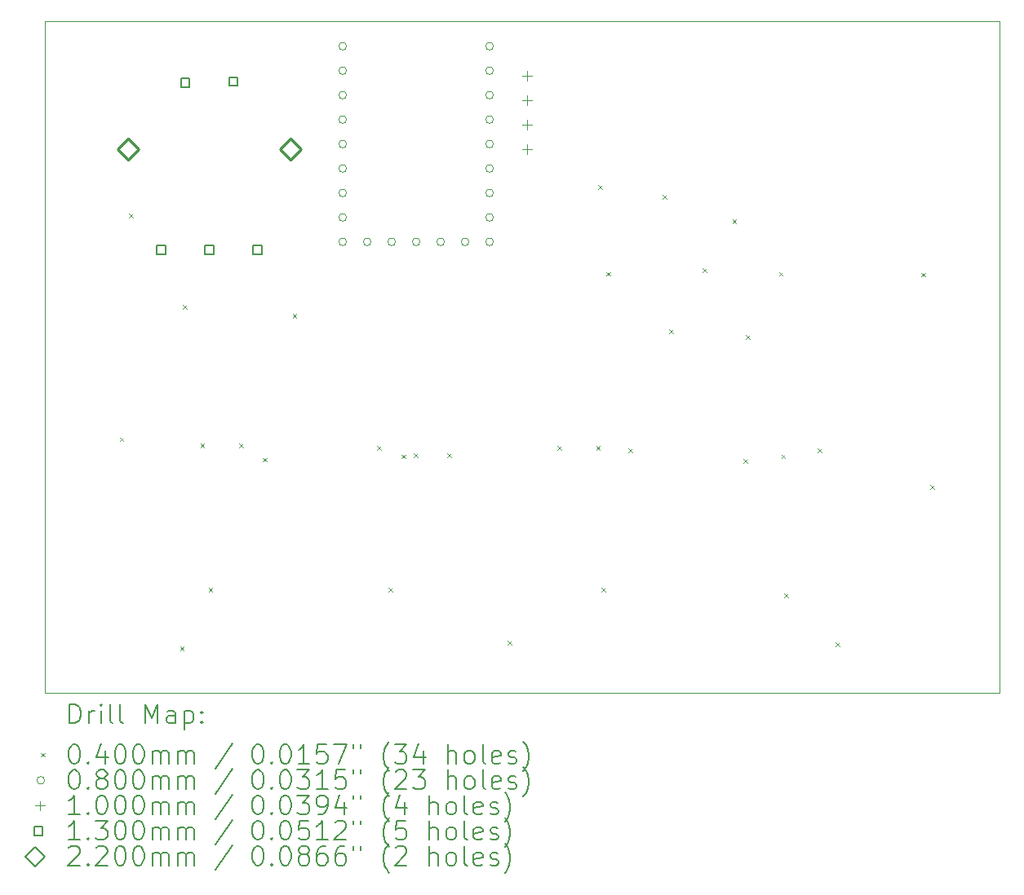
<source format=gbr>
%TF.GenerationSoftware,KiCad,Pcbnew,8.0.1*%
%TF.CreationDate,2024-04-13T19:33:17-07:00*%
%TF.ProjectId,strellpad,73747265-6c6c-4706-9164-2e6b69636164,rev?*%
%TF.SameCoordinates,Original*%
%TF.FileFunction,Drillmap*%
%TF.FilePolarity,Positive*%
%FSLAX45Y45*%
G04 Gerber Fmt 4.5, Leading zero omitted, Abs format (unit mm)*
G04 Created by KiCad (PCBNEW 8.0.1) date 2024-04-13 19:33:17*
%MOMM*%
%LPD*%
G01*
G04 APERTURE LIST*
%ADD10C,0.100000*%
%ADD11C,0.200000*%
%ADD12C,0.130000*%
%ADD13C,0.220000*%
G04 APERTURE END LIST*
D10*
X8571000Y-8750000D02*
X18471000Y-8750000D01*
X18471000Y-15725000D01*
X8571000Y-15725000D01*
X8571000Y-8750000D01*
D11*
D10*
X9345000Y-13073480D02*
X9385000Y-13113480D01*
X9385000Y-13073480D02*
X9345000Y-13113480D01*
X9440380Y-10746550D02*
X9480380Y-10786550D01*
X9480380Y-10746550D02*
X9440380Y-10786550D01*
X9971710Y-15244040D02*
X10011710Y-15284040D01*
X10011710Y-15244040D02*
X9971710Y-15284040D01*
X10001300Y-11696300D02*
X10041300Y-11736300D01*
X10041300Y-11696300D02*
X10001300Y-11736300D01*
X10182000Y-13134180D02*
X10222000Y-13174180D01*
X10222000Y-13134180D02*
X10182000Y-13174180D01*
X10268410Y-14635080D02*
X10308410Y-14675080D01*
X10308410Y-14635080D02*
X10268410Y-14675080D01*
X10582000Y-13133810D02*
X10622000Y-13173810D01*
X10622000Y-13133810D02*
X10582000Y-13173810D01*
X10831890Y-13283490D02*
X10871890Y-13323490D01*
X10871890Y-13283490D02*
X10831890Y-13323490D01*
X11140430Y-11787220D02*
X11180430Y-11827220D01*
X11180430Y-11787220D02*
X11140430Y-11827220D01*
X12014200Y-13161200D02*
X12054200Y-13201200D01*
X12054200Y-13161200D02*
X12014200Y-13201200D01*
X12135960Y-14636130D02*
X12175960Y-14676130D01*
X12175960Y-14636130D02*
X12135960Y-14676130D01*
X12269470Y-13250500D02*
X12309470Y-13290500D01*
X12309470Y-13250500D02*
X12269470Y-13290500D01*
X12394060Y-13235960D02*
X12434060Y-13275960D01*
X12434060Y-13235960D02*
X12394060Y-13275960D01*
X12743400Y-13236450D02*
X12783400Y-13276450D01*
X12783400Y-13236450D02*
X12743400Y-13276450D01*
X13372710Y-15184960D02*
X13412710Y-15224960D01*
X13412710Y-15184960D02*
X13372710Y-15224960D01*
X13889710Y-13161710D02*
X13929710Y-13201710D01*
X13929710Y-13161710D02*
X13889710Y-13201710D01*
X14289770Y-13161770D02*
X14329770Y-13201770D01*
X14329770Y-13161770D02*
X14289770Y-13201770D01*
X14309160Y-10454070D02*
X14349160Y-10494070D01*
X14349160Y-10454070D02*
X14309160Y-10494070D01*
X14342000Y-14636670D02*
X14382000Y-14676670D01*
X14382000Y-14636670D02*
X14342000Y-14676670D01*
X14396200Y-11352590D02*
X14436200Y-11392590D01*
X14436200Y-11352590D02*
X14396200Y-11392590D01*
X14621480Y-13188970D02*
X14661480Y-13228970D01*
X14661480Y-13188970D02*
X14621480Y-13228970D01*
X14979860Y-10553000D02*
X15019860Y-10593000D01*
X15019860Y-10553000D02*
X14979860Y-10593000D01*
X15045800Y-11949370D02*
X15085800Y-11989370D01*
X15085800Y-11949370D02*
X15045800Y-11989370D01*
X15390840Y-11315500D02*
X15430840Y-11355500D01*
X15430840Y-11315500D02*
X15390840Y-11355500D01*
X15702500Y-10805810D02*
X15742500Y-10845810D01*
X15742500Y-10805810D02*
X15702500Y-10845810D01*
X15814800Y-13298200D02*
X15854800Y-13338200D01*
X15854800Y-13298200D02*
X15814800Y-13338200D01*
X15839810Y-12009640D02*
X15879810Y-12049640D01*
X15879810Y-12009640D02*
X15839810Y-12049640D01*
X16185140Y-11352590D02*
X16225140Y-11392590D01*
X16225140Y-11352590D02*
X16185140Y-11392590D01*
X16211360Y-13249240D02*
X16251360Y-13289240D01*
X16251360Y-13249240D02*
X16211360Y-13289240D01*
X16242890Y-14694220D02*
X16282890Y-14734220D01*
X16282890Y-14694220D02*
X16242890Y-14734220D01*
X16588980Y-13188970D02*
X16628980Y-13228970D01*
X16628980Y-13188970D02*
X16588980Y-13228970D01*
X16774050Y-15201040D02*
X16814050Y-15241040D01*
X16814050Y-15201040D02*
X16774050Y-15241040D01*
X17665000Y-11362100D02*
X17705000Y-11402100D01*
X17705000Y-11362100D02*
X17665000Y-11402100D01*
X17758570Y-13564770D02*
X17798570Y-13604770D01*
X17798570Y-13564770D02*
X17758570Y-13604770D01*
X11699000Y-9009000D02*
G75*
G02*
X11619000Y-9009000I-40000J0D01*
G01*
X11619000Y-9009000D02*
G75*
G02*
X11699000Y-9009000I40000J0D01*
G01*
X11699000Y-9263000D02*
G75*
G02*
X11619000Y-9263000I-40000J0D01*
G01*
X11619000Y-9263000D02*
G75*
G02*
X11699000Y-9263000I40000J0D01*
G01*
X11699000Y-9517000D02*
G75*
G02*
X11619000Y-9517000I-40000J0D01*
G01*
X11619000Y-9517000D02*
G75*
G02*
X11699000Y-9517000I40000J0D01*
G01*
X11699000Y-9771000D02*
G75*
G02*
X11619000Y-9771000I-40000J0D01*
G01*
X11619000Y-9771000D02*
G75*
G02*
X11699000Y-9771000I40000J0D01*
G01*
X11699000Y-10025000D02*
G75*
G02*
X11619000Y-10025000I-40000J0D01*
G01*
X11619000Y-10025000D02*
G75*
G02*
X11699000Y-10025000I40000J0D01*
G01*
X11699000Y-10279000D02*
G75*
G02*
X11619000Y-10279000I-40000J0D01*
G01*
X11619000Y-10279000D02*
G75*
G02*
X11699000Y-10279000I40000J0D01*
G01*
X11699000Y-10533000D02*
G75*
G02*
X11619000Y-10533000I-40000J0D01*
G01*
X11619000Y-10533000D02*
G75*
G02*
X11699000Y-10533000I40000J0D01*
G01*
X11699000Y-10787000D02*
G75*
G02*
X11619000Y-10787000I-40000J0D01*
G01*
X11619000Y-10787000D02*
G75*
G02*
X11699000Y-10787000I40000J0D01*
G01*
X11699000Y-11041000D02*
G75*
G02*
X11619000Y-11041000I-40000J0D01*
G01*
X11619000Y-11041000D02*
G75*
G02*
X11699000Y-11041000I40000J0D01*
G01*
X11953000Y-11041000D02*
G75*
G02*
X11873000Y-11041000I-40000J0D01*
G01*
X11873000Y-11041000D02*
G75*
G02*
X11953000Y-11041000I40000J0D01*
G01*
X12207000Y-11041000D02*
G75*
G02*
X12127000Y-11041000I-40000J0D01*
G01*
X12127000Y-11041000D02*
G75*
G02*
X12207000Y-11041000I40000J0D01*
G01*
X12461000Y-11041000D02*
G75*
G02*
X12381000Y-11041000I-40000J0D01*
G01*
X12381000Y-11041000D02*
G75*
G02*
X12461000Y-11041000I40000J0D01*
G01*
X12715000Y-11041000D02*
G75*
G02*
X12635000Y-11041000I-40000J0D01*
G01*
X12635000Y-11041000D02*
G75*
G02*
X12715000Y-11041000I40000J0D01*
G01*
X12969000Y-11041000D02*
G75*
G02*
X12889000Y-11041000I-40000J0D01*
G01*
X12889000Y-11041000D02*
G75*
G02*
X12969000Y-11041000I40000J0D01*
G01*
X13223000Y-9009000D02*
G75*
G02*
X13143000Y-9009000I-40000J0D01*
G01*
X13143000Y-9009000D02*
G75*
G02*
X13223000Y-9009000I40000J0D01*
G01*
X13223000Y-9263000D02*
G75*
G02*
X13143000Y-9263000I-40000J0D01*
G01*
X13143000Y-9263000D02*
G75*
G02*
X13223000Y-9263000I40000J0D01*
G01*
X13223000Y-9517000D02*
G75*
G02*
X13143000Y-9517000I-40000J0D01*
G01*
X13143000Y-9517000D02*
G75*
G02*
X13223000Y-9517000I40000J0D01*
G01*
X13223000Y-9771000D02*
G75*
G02*
X13143000Y-9771000I-40000J0D01*
G01*
X13143000Y-9771000D02*
G75*
G02*
X13223000Y-9771000I40000J0D01*
G01*
X13223000Y-10025000D02*
G75*
G02*
X13143000Y-10025000I-40000J0D01*
G01*
X13143000Y-10025000D02*
G75*
G02*
X13223000Y-10025000I40000J0D01*
G01*
X13223000Y-10279000D02*
G75*
G02*
X13143000Y-10279000I-40000J0D01*
G01*
X13143000Y-10279000D02*
G75*
G02*
X13223000Y-10279000I40000J0D01*
G01*
X13223000Y-10533000D02*
G75*
G02*
X13143000Y-10533000I-40000J0D01*
G01*
X13143000Y-10533000D02*
G75*
G02*
X13223000Y-10533000I40000J0D01*
G01*
X13223000Y-10787000D02*
G75*
G02*
X13143000Y-10787000I-40000J0D01*
G01*
X13143000Y-10787000D02*
G75*
G02*
X13223000Y-10787000I40000J0D01*
G01*
X13223000Y-11041000D02*
G75*
G02*
X13143000Y-11041000I-40000J0D01*
G01*
X13143000Y-11041000D02*
G75*
G02*
X13223000Y-11041000I40000J0D01*
G01*
X13571000Y-9269000D02*
X13571000Y-9369000D01*
X13521000Y-9319000D02*
X13621000Y-9319000D01*
X13571000Y-9523000D02*
X13571000Y-9623000D01*
X13521000Y-9573000D02*
X13621000Y-9573000D01*
X13571000Y-9777000D02*
X13571000Y-9877000D01*
X13521000Y-9827000D02*
X13621000Y-9827000D01*
X13571000Y-10031000D02*
X13571000Y-10131000D01*
X13521000Y-10081000D02*
X13621000Y-10081000D01*
D12*
X9820962Y-11170962D02*
X9820962Y-11079038D01*
X9729038Y-11079038D01*
X9729038Y-11170962D01*
X9820962Y-11170962D01*
X10070962Y-9430962D02*
X10070962Y-9339038D01*
X9979038Y-9339038D01*
X9979038Y-9430962D01*
X10070962Y-9430962D01*
X10320962Y-11170962D02*
X10320962Y-11079038D01*
X10229038Y-11079038D01*
X10229038Y-11170962D01*
X10320962Y-11170962D01*
X10570962Y-9420962D02*
X10570962Y-9329038D01*
X10479038Y-9329038D01*
X10479038Y-9420962D01*
X10570962Y-9420962D01*
X10820962Y-11170962D02*
X10820962Y-11079038D01*
X10729038Y-11079038D01*
X10729038Y-11170962D01*
X10820962Y-11170962D01*
D13*
X9435000Y-10185000D02*
X9545000Y-10075000D01*
X9435000Y-9965000D01*
X9325000Y-10075000D01*
X9435000Y-10185000D01*
X11115000Y-10185000D02*
X11225000Y-10075000D01*
X11115000Y-9965000D01*
X11005000Y-10075000D01*
X11115000Y-10185000D01*
D11*
X8826777Y-16041484D02*
X8826777Y-15841484D01*
X8826777Y-15841484D02*
X8874396Y-15841484D01*
X8874396Y-15841484D02*
X8902967Y-15851008D01*
X8902967Y-15851008D02*
X8922015Y-15870055D01*
X8922015Y-15870055D02*
X8931539Y-15889103D01*
X8931539Y-15889103D02*
X8941063Y-15927198D01*
X8941063Y-15927198D02*
X8941063Y-15955769D01*
X8941063Y-15955769D02*
X8931539Y-15993865D01*
X8931539Y-15993865D02*
X8922015Y-16012912D01*
X8922015Y-16012912D02*
X8902967Y-16031960D01*
X8902967Y-16031960D02*
X8874396Y-16041484D01*
X8874396Y-16041484D02*
X8826777Y-16041484D01*
X9026777Y-16041484D02*
X9026777Y-15908150D01*
X9026777Y-15946246D02*
X9036301Y-15927198D01*
X9036301Y-15927198D02*
X9045824Y-15917674D01*
X9045824Y-15917674D02*
X9064872Y-15908150D01*
X9064872Y-15908150D02*
X9083920Y-15908150D01*
X9150586Y-16041484D02*
X9150586Y-15908150D01*
X9150586Y-15841484D02*
X9141063Y-15851008D01*
X9141063Y-15851008D02*
X9150586Y-15860531D01*
X9150586Y-15860531D02*
X9160110Y-15851008D01*
X9160110Y-15851008D02*
X9150586Y-15841484D01*
X9150586Y-15841484D02*
X9150586Y-15860531D01*
X9274396Y-16041484D02*
X9255348Y-16031960D01*
X9255348Y-16031960D02*
X9245824Y-16012912D01*
X9245824Y-16012912D02*
X9245824Y-15841484D01*
X9379158Y-16041484D02*
X9360110Y-16031960D01*
X9360110Y-16031960D02*
X9350586Y-16012912D01*
X9350586Y-16012912D02*
X9350586Y-15841484D01*
X9607729Y-16041484D02*
X9607729Y-15841484D01*
X9607729Y-15841484D02*
X9674396Y-15984341D01*
X9674396Y-15984341D02*
X9741063Y-15841484D01*
X9741063Y-15841484D02*
X9741063Y-16041484D01*
X9922015Y-16041484D02*
X9922015Y-15936722D01*
X9922015Y-15936722D02*
X9912491Y-15917674D01*
X9912491Y-15917674D02*
X9893444Y-15908150D01*
X9893444Y-15908150D02*
X9855348Y-15908150D01*
X9855348Y-15908150D02*
X9836301Y-15917674D01*
X9922015Y-16031960D02*
X9902967Y-16041484D01*
X9902967Y-16041484D02*
X9855348Y-16041484D01*
X9855348Y-16041484D02*
X9836301Y-16031960D01*
X9836301Y-16031960D02*
X9826777Y-16012912D01*
X9826777Y-16012912D02*
X9826777Y-15993865D01*
X9826777Y-15993865D02*
X9836301Y-15974817D01*
X9836301Y-15974817D02*
X9855348Y-15965293D01*
X9855348Y-15965293D02*
X9902967Y-15965293D01*
X9902967Y-15965293D02*
X9922015Y-15955769D01*
X10017253Y-15908150D02*
X10017253Y-16108150D01*
X10017253Y-15917674D02*
X10036301Y-15908150D01*
X10036301Y-15908150D02*
X10074396Y-15908150D01*
X10074396Y-15908150D02*
X10093444Y-15917674D01*
X10093444Y-15917674D02*
X10102967Y-15927198D01*
X10102967Y-15927198D02*
X10112491Y-15946246D01*
X10112491Y-15946246D02*
X10112491Y-16003388D01*
X10112491Y-16003388D02*
X10102967Y-16022436D01*
X10102967Y-16022436D02*
X10093444Y-16031960D01*
X10093444Y-16031960D02*
X10074396Y-16041484D01*
X10074396Y-16041484D02*
X10036301Y-16041484D01*
X10036301Y-16041484D02*
X10017253Y-16031960D01*
X10198205Y-16022436D02*
X10207729Y-16031960D01*
X10207729Y-16031960D02*
X10198205Y-16041484D01*
X10198205Y-16041484D02*
X10188682Y-16031960D01*
X10188682Y-16031960D02*
X10198205Y-16022436D01*
X10198205Y-16022436D02*
X10198205Y-16041484D01*
X10198205Y-15917674D02*
X10207729Y-15927198D01*
X10207729Y-15927198D02*
X10198205Y-15936722D01*
X10198205Y-15936722D02*
X10188682Y-15927198D01*
X10188682Y-15927198D02*
X10198205Y-15917674D01*
X10198205Y-15917674D02*
X10198205Y-15936722D01*
D10*
X8526000Y-16350000D02*
X8566000Y-16390000D01*
X8566000Y-16350000D02*
X8526000Y-16390000D01*
D11*
X8864872Y-16261484D02*
X8883920Y-16261484D01*
X8883920Y-16261484D02*
X8902967Y-16271008D01*
X8902967Y-16271008D02*
X8912491Y-16280531D01*
X8912491Y-16280531D02*
X8922015Y-16299579D01*
X8922015Y-16299579D02*
X8931539Y-16337674D01*
X8931539Y-16337674D02*
X8931539Y-16385293D01*
X8931539Y-16385293D02*
X8922015Y-16423388D01*
X8922015Y-16423388D02*
X8912491Y-16442436D01*
X8912491Y-16442436D02*
X8902967Y-16451960D01*
X8902967Y-16451960D02*
X8883920Y-16461484D01*
X8883920Y-16461484D02*
X8864872Y-16461484D01*
X8864872Y-16461484D02*
X8845824Y-16451960D01*
X8845824Y-16451960D02*
X8836301Y-16442436D01*
X8836301Y-16442436D02*
X8826777Y-16423388D01*
X8826777Y-16423388D02*
X8817253Y-16385293D01*
X8817253Y-16385293D02*
X8817253Y-16337674D01*
X8817253Y-16337674D02*
X8826777Y-16299579D01*
X8826777Y-16299579D02*
X8836301Y-16280531D01*
X8836301Y-16280531D02*
X8845824Y-16271008D01*
X8845824Y-16271008D02*
X8864872Y-16261484D01*
X9017253Y-16442436D02*
X9026777Y-16451960D01*
X9026777Y-16451960D02*
X9017253Y-16461484D01*
X9017253Y-16461484D02*
X9007729Y-16451960D01*
X9007729Y-16451960D02*
X9017253Y-16442436D01*
X9017253Y-16442436D02*
X9017253Y-16461484D01*
X9198205Y-16328150D02*
X9198205Y-16461484D01*
X9150586Y-16251960D02*
X9102967Y-16394817D01*
X9102967Y-16394817D02*
X9226777Y-16394817D01*
X9341063Y-16261484D02*
X9360110Y-16261484D01*
X9360110Y-16261484D02*
X9379158Y-16271008D01*
X9379158Y-16271008D02*
X9388682Y-16280531D01*
X9388682Y-16280531D02*
X9398205Y-16299579D01*
X9398205Y-16299579D02*
X9407729Y-16337674D01*
X9407729Y-16337674D02*
X9407729Y-16385293D01*
X9407729Y-16385293D02*
X9398205Y-16423388D01*
X9398205Y-16423388D02*
X9388682Y-16442436D01*
X9388682Y-16442436D02*
X9379158Y-16451960D01*
X9379158Y-16451960D02*
X9360110Y-16461484D01*
X9360110Y-16461484D02*
X9341063Y-16461484D01*
X9341063Y-16461484D02*
X9322015Y-16451960D01*
X9322015Y-16451960D02*
X9312491Y-16442436D01*
X9312491Y-16442436D02*
X9302967Y-16423388D01*
X9302967Y-16423388D02*
X9293444Y-16385293D01*
X9293444Y-16385293D02*
X9293444Y-16337674D01*
X9293444Y-16337674D02*
X9302967Y-16299579D01*
X9302967Y-16299579D02*
X9312491Y-16280531D01*
X9312491Y-16280531D02*
X9322015Y-16271008D01*
X9322015Y-16271008D02*
X9341063Y-16261484D01*
X9531539Y-16261484D02*
X9550586Y-16261484D01*
X9550586Y-16261484D02*
X9569634Y-16271008D01*
X9569634Y-16271008D02*
X9579158Y-16280531D01*
X9579158Y-16280531D02*
X9588682Y-16299579D01*
X9588682Y-16299579D02*
X9598205Y-16337674D01*
X9598205Y-16337674D02*
X9598205Y-16385293D01*
X9598205Y-16385293D02*
X9588682Y-16423388D01*
X9588682Y-16423388D02*
X9579158Y-16442436D01*
X9579158Y-16442436D02*
X9569634Y-16451960D01*
X9569634Y-16451960D02*
X9550586Y-16461484D01*
X9550586Y-16461484D02*
X9531539Y-16461484D01*
X9531539Y-16461484D02*
X9512491Y-16451960D01*
X9512491Y-16451960D02*
X9502967Y-16442436D01*
X9502967Y-16442436D02*
X9493444Y-16423388D01*
X9493444Y-16423388D02*
X9483920Y-16385293D01*
X9483920Y-16385293D02*
X9483920Y-16337674D01*
X9483920Y-16337674D02*
X9493444Y-16299579D01*
X9493444Y-16299579D02*
X9502967Y-16280531D01*
X9502967Y-16280531D02*
X9512491Y-16271008D01*
X9512491Y-16271008D02*
X9531539Y-16261484D01*
X9683920Y-16461484D02*
X9683920Y-16328150D01*
X9683920Y-16347198D02*
X9693444Y-16337674D01*
X9693444Y-16337674D02*
X9712491Y-16328150D01*
X9712491Y-16328150D02*
X9741063Y-16328150D01*
X9741063Y-16328150D02*
X9760110Y-16337674D01*
X9760110Y-16337674D02*
X9769634Y-16356722D01*
X9769634Y-16356722D02*
X9769634Y-16461484D01*
X9769634Y-16356722D02*
X9779158Y-16337674D01*
X9779158Y-16337674D02*
X9798205Y-16328150D01*
X9798205Y-16328150D02*
X9826777Y-16328150D01*
X9826777Y-16328150D02*
X9845825Y-16337674D01*
X9845825Y-16337674D02*
X9855348Y-16356722D01*
X9855348Y-16356722D02*
X9855348Y-16461484D01*
X9950586Y-16461484D02*
X9950586Y-16328150D01*
X9950586Y-16347198D02*
X9960110Y-16337674D01*
X9960110Y-16337674D02*
X9979158Y-16328150D01*
X9979158Y-16328150D02*
X10007729Y-16328150D01*
X10007729Y-16328150D02*
X10026777Y-16337674D01*
X10026777Y-16337674D02*
X10036301Y-16356722D01*
X10036301Y-16356722D02*
X10036301Y-16461484D01*
X10036301Y-16356722D02*
X10045825Y-16337674D01*
X10045825Y-16337674D02*
X10064872Y-16328150D01*
X10064872Y-16328150D02*
X10093444Y-16328150D01*
X10093444Y-16328150D02*
X10112491Y-16337674D01*
X10112491Y-16337674D02*
X10122015Y-16356722D01*
X10122015Y-16356722D02*
X10122015Y-16461484D01*
X10512491Y-16251960D02*
X10341063Y-16509103D01*
X10769634Y-16261484D02*
X10788682Y-16261484D01*
X10788682Y-16261484D02*
X10807729Y-16271008D01*
X10807729Y-16271008D02*
X10817253Y-16280531D01*
X10817253Y-16280531D02*
X10826777Y-16299579D01*
X10826777Y-16299579D02*
X10836301Y-16337674D01*
X10836301Y-16337674D02*
X10836301Y-16385293D01*
X10836301Y-16385293D02*
X10826777Y-16423388D01*
X10826777Y-16423388D02*
X10817253Y-16442436D01*
X10817253Y-16442436D02*
X10807729Y-16451960D01*
X10807729Y-16451960D02*
X10788682Y-16461484D01*
X10788682Y-16461484D02*
X10769634Y-16461484D01*
X10769634Y-16461484D02*
X10750587Y-16451960D01*
X10750587Y-16451960D02*
X10741063Y-16442436D01*
X10741063Y-16442436D02*
X10731539Y-16423388D01*
X10731539Y-16423388D02*
X10722015Y-16385293D01*
X10722015Y-16385293D02*
X10722015Y-16337674D01*
X10722015Y-16337674D02*
X10731539Y-16299579D01*
X10731539Y-16299579D02*
X10741063Y-16280531D01*
X10741063Y-16280531D02*
X10750587Y-16271008D01*
X10750587Y-16271008D02*
X10769634Y-16261484D01*
X10922015Y-16442436D02*
X10931539Y-16451960D01*
X10931539Y-16451960D02*
X10922015Y-16461484D01*
X10922015Y-16461484D02*
X10912491Y-16451960D01*
X10912491Y-16451960D02*
X10922015Y-16442436D01*
X10922015Y-16442436D02*
X10922015Y-16461484D01*
X11055348Y-16261484D02*
X11074396Y-16261484D01*
X11074396Y-16261484D02*
X11093444Y-16271008D01*
X11093444Y-16271008D02*
X11102968Y-16280531D01*
X11102968Y-16280531D02*
X11112491Y-16299579D01*
X11112491Y-16299579D02*
X11122015Y-16337674D01*
X11122015Y-16337674D02*
X11122015Y-16385293D01*
X11122015Y-16385293D02*
X11112491Y-16423388D01*
X11112491Y-16423388D02*
X11102968Y-16442436D01*
X11102968Y-16442436D02*
X11093444Y-16451960D01*
X11093444Y-16451960D02*
X11074396Y-16461484D01*
X11074396Y-16461484D02*
X11055348Y-16461484D01*
X11055348Y-16461484D02*
X11036301Y-16451960D01*
X11036301Y-16451960D02*
X11026777Y-16442436D01*
X11026777Y-16442436D02*
X11017253Y-16423388D01*
X11017253Y-16423388D02*
X11007729Y-16385293D01*
X11007729Y-16385293D02*
X11007729Y-16337674D01*
X11007729Y-16337674D02*
X11017253Y-16299579D01*
X11017253Y-16299579D02*
X11026777Y-16280531D01*
X11026777Y-16280531D02*
X11036301Y-16271008D01*
X11036301Y-16271008D02*
X11055348Y-16261484D01*
X11312491Y-16461484D02*
X11198206Y-16461484D01*
X11255348Y-16461484D02*
X11255348Y-16261484D01*
X11255348Y-16261484D02*
X11236301Y-16290055D01*
X11236301Y-16290055D02*
X11217253Y-16309103D01*
X11217253Y-16309103D02*
X11198206Y-16318627D01*
X11493444Y-16261484D02*
X11398206Y-16261484D01*
X11398206Y-16261484D02*
X11388682Y-16356722D01*
X11388682Y-16356722D02*
X11398206Y-16347198D01*
X11398206Y-16347198D02*
X11417253Y-16337674D01*
X11417253Y-16337674D02*
X11464872Y-16337674D01*
X11464872Y-16337674D02*
X11483920Y-16347198D01*
X11483920Y-16347198D02*
X11493444Y-16356722D01*
X11493444Y-16356722D02*
X11502967Y-16375769D01*
X11502967Y-16375769D02*
X11502967Y-16423388D01*
X11502967Y-16423388D02*
X11493444Y-16442436D01*
X11493444Y-16442436D02*
X11483920Y-16451960D01*
X11483920Y-16451960D02*
X11464872Y-16461484D01*
X11464872Y-16461484D02*
X11417253Y-16461484D01*
X11417253Y-16461484D02*
X11398206Y-16451960D01*
X11398206Y-16451960D02*
X11388682Y-16442436D01*
X11569634Y-16261484D02*
X11702967Y-16261484D01*
X11702967Y-16261484D02*
X11617253Y-16461484D01*
X11769634Y-16261484D02*
X11769634Y-16299579D01*
X11845825Y-16261484D02*
X11845825Y-16299579D01*
X12141063Y-16537674D02*
X12131539Y-16528150D01*
X12131539Y-16528150D02*
X12112491Y-16499579D01*
X12112491Y-16499579D02*
X12102968Y-16480531D01*
X12102968Y-16480531D02*
X12093444Y-16451960D01*
X12093444Y-16451960D02*
X12083920Y-16404341D01*
X12083920Y-16404341D02*
X12083920Y-16366246D01*
X12083920Y-16366246D02*
X12093444Y-16318627D01*
X12093444Y-16318627D02*
X12102968Y-16290055D01*
X12102968Y-16290055D02*
X12112491Y-16271008D01*
X12112491Y-16271008D02*
X12131539Y-16242436D01*
X12131539Y-16242436D02*
X12141063Y-16232912D01*
X12198206Y-16261484D02*
X12322015Y-16261484D01*
X12322015Y-16261484D02*
X12255348Y-16337674D01*
X12255348Y-16337674D02*
X12283920Y-16337674D01*
X12283920Y-16337674D02*
X12302968Y-16347198D01*
X12302968Y-16347198D02*
X12312491Y-16356722D01*
X12312491Y-16356722D02*
X12322015Y-16375769D01*
X12322015Y-16375769D02*
X12322015Y-16423388D01*
X12322015Y-16423388D02*
X12312491Y-16442436D01*
X12312491Y-16442436D02*
X12302968Y-16451960D01*
X12302968Y-16451960D02*
X12283920Y-16461484D01*
X12283920Y-16461484D02*
X12226777Y-16461484D01*
X12226777Y-16461484D02*
X12207729Y-16451960D01*
X12207729Y-16451960D02*
X12198206Y-16442436D01*
X12493444Y-16328150D02*
X12493444Y-16461484D01*
X12445825Y-16251960D02*
X12398206Y-16394817D01*
X12398206Y-16394817D02*
X12522015Y-16394817D01*
X12750587Y-16461484D02*
X12750587Y-16261484D01*
X12836301Y-16461484D02*
X12836301Y-16356722D01*
X12836301Y-16356722D02*
X12826777Y-16337674D01*
X12826777Y-16337674D02*
X12807730Y-16328150D01*
X12807730Y-16328150D02*
X12779158Y-16328150D01*
X12779158Y-16328150D02*
X12760110Y-16337674D01*
X12760110Y-16337674D02*
X12750587Y-16347198D01*
X12960110Y-16461484D02*
X12941063Y-16451960D01*
X12941063Y-16451960D02*
X12931539Y-16442436D01*
X12931539Y-16442436D02*
X12922015Y-16423388D01*
X12922015Y-16423388D02*
X12922015Y-16366246D01*
X12922015Y-16366246D02*
X12931539Y-16347198D01*
X12931539Y-16347198D02*
X12941063Y-16337674D01*
X12941063Y-16337674D02*
X12960110Y-16328150D01*
X12960110Y-16328150D02*
X12988682Y-16328150D01*
X12988682Y-16328150D02*
X13007730Y-16337674D01*
X13007730Y-16337674D02*
X13017253Y-16347198D01*
X13017253Y-16347198D02*
X13026777Y-16366246D01*
X13026777Y-16366246D02*
X13026777Y-16423388D01*
X13026777Y-16423388D02*
X13017253Y-16442436D01*
X13017253Y-16442436D02*
X13007730Y-16451960D01*
X13007730Y-16451960D02*
X12988682Y-16461484D01*
X12988682Y-16461484D02*
X12960110Y-16461484D01*
X13141063Y-16461484D02*
X13122015Y-16451960D01*
X13122015Y-16451960D02*
X13112491Y-16432912D01*
X13112491Y-16432912D02*
X13112491Y-16261484D01*
X13293444Y-16451960D02*
X13274396Y-16461484D01*
X13274396Y-16461484D02*
X13236301Y-16461484D01*
X13236301Y-16461484D02*
X13217253Y-16451960D01*
X13217253Y-16451960D02*
X13207730Y-16432912D01*
X13207730Y-16432912D02*
X13207730Y-16356722D01*
X13207730Y-16356722D02*
X13217253Y-16337674D01*
X13217253Y-16337674D02*
X13236301Y-16328150D01*
X13236301Y-16328150D02*
X13274396Y-16328150D01*
X13274396Y-16328150D02*
X13293444Y-16337674D01*
X13293444Y-16337674D02*
X13302968Y-16356722D01*
X13302968Y-16356722D02*
X13302968Y-16375769D01*
X13302968Y-16375769D02*
X13207730Y-16394817D01*
X13379158Y-16451960D02*
X13398206Y-16461484D01*
X13398206Y-16461484D02*
X13436301Y-16461484D01*
X13436301Y-16461484D02*
X13455349Y-16451960D01*
X13455349Y-16451960D02*
X13464872Y-16432912D01*
X13464872Y-16432912D02*
X13464872Y-16423388D01*
X13464872Y-16423388D02*
X13455349Y-16404341D01*
X13455349Y-16404341D02*
X13436301Y-16394817D01*
X13436301Y-16394817D02*
X13407730Y-16394817D01*
X13407730Y-16394817D02*
X13388682Y-16385293D01*
X13388682Y-16385293D02*
X13379158Y-16366246D01*
X13379158Y-16366246D02*
X13379158Y-16356722D01*
X13379158Y-16356722D02*
X13388682Y-16337674D01*
X13388682Y-16337674D02*
X13407730Y-16328150D01*
X13407730Y-16328150D02*
X13436301Y-16328150D01*
X13436301Y-16328150D02*
X13455349Y-16337674D01*
X13531539Y-16537674D02*
X13541063Y-16528150D01*
X13541063Y-16528150D02*
X13560111Y-16499579D01*
X13560111Y-16499579D02*
X13569634Y-16480531D01*
X13569634Y-16480531D02*
X13579158Y-16451960D01*
X13579158Y-16451960D02*
X13588682Y-16404341D01*
X13588682Y-16404341D02*
X13588682Y-16366246D01*
X13588682Y-16366246D02*
X13579158Y-16318627D01*
X13579158Y-16318627D02*
X13569634Y-16290055D01*
X13569634Y-16290055D02*
X13560111Y-16271008D01*
X13560111Y-16271008D02*
X13541063Y-16242436D01*
X13541063Y-16242436D02*
X13531539Y-16232912D01*
D10*
X8566000Y-16634000D02*
G75*
G02*
X8486000Y-16634000I-40000J0D01*
G01*
X8486000Y-16634000D02*
G75*
G02*
X8566000Y-16634000I40000J0D01*
G01*
D11*
X8864872Y-16525484D02*
X8883920Y-16525484D01*
X8883920Y-16525484D02*
X8902967Y-16535008D01*
X8902967Y-16535008D02*
X8912491Y-16544531D01*
X8912491Y-16544531D02*
X8922015Y-16563579D01*
X8922015Y-16563579D02*
X8931539Y-16601674D01*
X8931539Y-16601674D02*
X8931539Y-16649293D01*
X8931539Y-16649293D02*
X8922015Y-16687388D01*
X8922015Y-16687388D02*
X8912491Y-16706436D01*
X8912491Y-16706436D02*
X8902967Y-16715960D01*
X8902967Y-16715960D02*
X8883920Y-16725484D01*
X8883920Y-16725484D02*
X8864872Y-16725484D01*
X8864872Y-16725484D02*
X8845824Y-16715960D01*
X8845824Y-16715960D02*
X8836301Y-16706436D01*
X8836301Y-16706436D02*
X8826777Y-16687388D01*
X8826777Y-16687388D02*
X8817253Y-16649293D01*
X8817253Y-16649293D02*
X8817253Y-16601674D01*
X8817253Y-16601674D02*
X8826777Y-16563579D01*
X8826777Y-16563579D02*
X8836301Y-16544531D01*
X8836301Y-16544531D02*
X8845824Y-16535008D01*
X8845824Y-16535008D02*
X8864872Y-16525484D01*
X9017253Y-16706436D02*
X9026777Y-16715960D01*
X9026777Y-16715960D02*
X9017253Y-16725484D01*
X9017253Y-16725484D02*
X9007729Y-16715960D01*
X9007729Y-16715960D02*
X9017253Y-16706436D01*
X9017253Y-16706436D02*
X9017253Y-16725484D01*
X9141063Y-16611198D02*
X9122015Y-16601674D01*
X9122015Y-16601674D02*
X9112491Y-16592150D01*
X9112491Y-16592150D02*
X9102967Y-16573103D01*
X9102967Y-16573103D02*
X9102967Y-16563579D01*
X9102967Y-16563579D02*
X9112491Y-16544531D01*
X9112491Y-16544531D02*
X9122015Y-16535008D01*
X9122015Y-16535008D02*
X9141063Y-16525484D01*
X9141063Y-16525484D02*
X9179158Y-16525484D01*
X9179158Y-16525484D02*
X9198205Y-16535008D01*
X9198205Y-16535008D02*
X9207729Y-16544531D01*
X9207729Y-16544531D02*
X9217253Y-16563579D01*
X9217253Y-16563579D02*
X9217253Y-16573103D01*
X9217253Y-16573103D02*
X9207729Y-16592150D01*
X9207729Y-16592150D02*
X9198205Y-16601674D01*
X9198205Y-16601674D02*
X9179158Y-16611198D01*
X9179158Y-16611198D02*
X9141063Y-16611198D01*
X9141063Y-16611198D02*
X9122015Y-16620722D01*
X9122015Y-16620722D02*
X9112491Y-16630246D01*
X9112491Y-16630246D02*
X9102967Y-16649293D01*
X9102967Y-16649293D02*
X9102967Y-16687388D01*
X9102967Y-16687388D02*
X9112491Y-16706436D01*
X9112491Y-16706436D02*
X9122015Y-16715960D01*
X9122015Y-16715960D02*
X9141063Y-16725484D01*
X9141063Y-16725484D02*
X9179158Y-16725484D01*
X9179158Y-16725484D02*
X9198205Y-16715960D01*
X9198205Y-16715960D02*
X9207729Y-16706436D01*
X9207729Y-16706436D02*
X9217253Y-16687388D01*
X9217253Y-16687388D02*
X9217253Y-16649293D01*
X9217253Y-16649293D02*
X9207729Y-16630246D01*
X9207729Y-16630246D02*
X9198205Y-16620722D01*
X9198205Y-16620722D02*
X9179158Y-16611198D01*
X9341063Y-16525484D02*
X9360110Y-16525484D01*
X9360110Y-16525484D02*
X9379158Y-16535008D01*
X9379158Y-16535008D02*
X9388682Y-16544531D01*
X9388682Y-16544531D02*
X9398205Y-16563579D01*
X9398205Y-16563579D02*
X9407729Y-16601674D01*
X9407729Y-16601674D02*
X9407729Y-16649293D01*
X9407729Y-16649293D02*
X9398205Y-16687388D01*
X9398205Y-16687388D02*
X9388682Y-16706436D01*
X9388682Y-16706436D02*
X9379158Y-16715960D01*
X9379158Y-16715960D02*
X9360110Y-16725484D01*
X9360110Y-16725484D02*
X9341063Y-16725484D01*
X9341063Y-16725484D02*
X9322015Y-16715960D01*
X9322015Y-16715960D02*
X9312491Y-16706436D01*
X9312491Y-16706436D02*
X9302967Y-16687388D01*
X9302967Y-16687388D02*
X9293444Y-16649293D01*
X9293444Y-16649293D02*
X9293444Y-16601674D01*
X9293444Y-16601674D02*
X9302967Y-16563579D01*
X9302967Y-16563579D02*
X9312491Y-16544531D01*
X9312491Y-16544531D02*
X9322015Y-16535008D01*
X9322015Y-16535008D02*
X9341063Y-16525484D01*
X9531539Y-16525484D02*
X9550586Y-16525484D01*
X9550586Y-16525484D02*
X9569634Y-16535008D01*
X9569634Y-16535008D02*
X9579158Y-16544531D01*
X9579158Y-16544531D02*
X9588682Y-16563579D01*
X9588682Y-16563579D02*
X9598205Y-16601674D01*
X9598205Y-16601674D02*
X9598205Y-16649293D01*
X9598205Y-16649293D02*
X9588682Y-16687388D01*
X9588682Y-16687388D02*
X9579158Y-16706436D01*
X9579158Y-16706436D02*
X9569634Y-16715960D01*
X9569634Y-16715960D02*
X9550586Y-16725484D01*
X9550586Y-16725484D02*
X9531539Y-16725484D01*
X9531539Y-16725484D02*
X9512491Y-16715960D01*
X9512491Y-16715960D02*
X9502967Y-16706436D01*
X9502967Y-16706436D02*
X9493444Y-16687388D01*
X9493444Y-16687388D02*
X9483920Y-16649293D01*
X9483920Y-16649293D02*
X9483920Y-16601674D01*
X9483920Y-16601674D02*
X9493444Y-16563579D01*
X9493444Y-16563579D02*
X9502967Y-16544531D01*
X9502967Y-16544531D02*
X9512491Y-16535008D01*
X9512491Y-16535008D02*
X9531539Y-16525484D01*
X9683920Y-16725484D02*
X9683920Y-16592150D01*
X9683920Y-16611198D02*
X9693444Y-16601674D01*
X9693444Y-16601674D02*
X9712491Y-16592150D01*
X9712491Y-16592150D02*
X9741063Y-16592150D01*
X9741063Y-16592150D02*
X9760110Y-16601674D01*
X9760110Y-16601674D02*
X9769634Y-16620722D01*
X9769634Y-16620722D02*
X9769634Y-16725484D01*
X9769634Y-16620722D02*
X9779158Y-16601674D01*
X9779158Y-16601674D02*
X9798205Y-16592150D01*
X9798205Y-16592150D02*
X9826777Y-16592150D01*
X9826777Y-16592150D02*
X9845825Y-16601674D01*
X9845825Y-16601674D02*
X9855348Y-16620722D01*
X9855348Y-16620722D02*
X9855348Y-16725484D01*
X9950586Y-16725484D02*
X9950586Y-16592150D01*
X9950586Y-16611198D02*
X9960110Y-16601674D01*
X9960110Y-16601674D02*
X9979158Y-16592150D01*
X9979158Y-16592150D02*
X10007729Y-16592150D01*
X10007729Y-16592150D02*
X10026777Y-16601674D01*
X10026777Y-16601674D02*
X10036301Y-16620722D01*
X10036301Y-16620722D02*
X10036301Y-16725484D01*
X10036301Y-16620722D02*
X10045825Y-16601674D01*
X10045825Y-16601674D02*
X10064872Y-16592150D01*
X10064872Y-16592150D02*
X10093444Y-16592150D01*
X10093444Y-16592150D02*
X10112491Y-16601674D01*
X10112491Y-16601674D02*
X10122015Y-16620722D01*
X10122015Y-16620722D02*
X10122015Y-16725484D01*
X10512491Y-16515960D02*
X10341063Y-16773103D01*
X10769634Y-16525484D02*
X10788682Y-16525484D01*
X10788682Y-16525484D02*
X10807729Y-16535008D01*
X10807729Y-16535008D02*
X10817253Y-16544531D01*
X10817253Y-16544531D02*
X10826777Y-16563579D01*
X10826777Y-16563579D02*
X10836301Y-16601674D01*
X10836301Y-16601674D02*
X10836301Y-16649293D01*
X10836301Y-16649293D02*
X10826777Y-16687388D01*
X10826777Y-16687388D02*
X10817253Y-16706436D01*
X10817253Y-16706436D02*
X10807729Y-16715960D01*
X10807729Y-16715960D02*
X10788682Y-16725484D01*
X10788682Y-16725484D02*
X10769634Y-16725484D01*
X10769634Y-16725484D02*
X10750587Y-16715960D01*
X10750587Y-16715960D02*
X10741063Y-16706436D01*
X10741063Y-16706436D02*
X10731539Y-16687388D01*
X10731539Y-16687388D02*
X10722015Y-16649293D01*
X10722015Y-16649293D02*
X10722015Y-16601674D01*
X10722015Y-16601674D02*
X10731539Y-16563579D01*
X10731539Y-16563579D02*
X10741063Y-16544531D01*
X10741063Y-16544531D02*
X10750587Y-16535008D01*
X10750587Y-16535008D02*
X10769634Y-16525484D01*
X10922015Y-16706436D02*
X10931539Y-16715960D01*
X10931539Y-16715960D02*
X10922015Y-16725484D01*
X10922015Y-16725484D02*
X10912491Y-16715960D01*
X10912491Y-16715960D02*
X10922015Y-16706436D01*
X10922015Y-16706436D02*
X10922015Y-16725484D01*
X11055348Y-16525484D02*
X11074396Y-16525484D01*
X11074396Y-16525484D02*
X11093444Y-16535008D01*
X11093444Y-16535008D02*
X11102968Y-16544531D01*
X11102968Y-16544531D02*
X11112491Y-16563579D01*
X11112491Y-16563579D02*
X11122015Y-16601674D01*
X11122015Y-16601674D02*
X11122015Y-16649293D01*
X11122015Y-16649293D02*
X11112491Y-16687388D01*
X11112491Y-16687388D02*
X11102968Y-16706436D01*
X11102968Y-16706436D02*
X11093444Y-16715960D01*
X11093444Y-16715960D02*
X11074396Y-16725484D01*
X11074396Y-16725484D02*
X11055348Y-16725484D01*
X11055348Y-16725484D02*
X11036301Y-16715960D01*
X11036301Y-16715960D02*
X11026777Y-16706436D01*
X11026777Y-16706436D02*
X11017253Y-16687388D01*
X11017253Y-16687388D02*
X11007729Y-16649293D01*
X11007729Y-16649293D02*
X11007729Y-16601674D01*
X11007729Y-16601674D02*
X11017253Y-16563579D01*
X11017253Y-16563579D02*
X11026777Y-16544531D01*
X11026777Y-16544531D02*
X11036301Y-16535008D01*
X11036301Y-16535008D02*
X11055348Y-16525484D01*
X11188682Y-16525484D02*
X11312491Y-16525484D01*
X11312491Y-16525484D02*
X11245825Y-16601674D01*
X11245825Y-16601674D02*
X11274396Y-16601674D01*
X11274396Y-16601674D02*
X11293444Y-16611198D01*
X11293444Y-16611198D02*
X11302967Y-16620722D01*
X11302967Y-16620722D02*
X11312491Y-16639769D01*
X11312491Y-16639769D02*
X11312491Y-16687388D01*
X11312491Y-16687388D02*
X11302967Y-16706436D01*
X11302967Y-16706436D02*
X11293444Y-16715960D01*
X11293444Y-16715960D02*
X11274396Y-16725484D01*
X11274396Y-16725484D02*
X11217253Y-16725484D01*
X11217253Y-16725484D02*
X11198206Y-16715960D01*
X11198206Y-16715960D02*
X11188682Y-16706436D01*
X11502967Y-16725484D02*
X11388682Y-16725484D01*
X11445825Y-16725484D02*
X11445825Y-16525484D01*
X11445825Y-16525484D02*
X11426777Y-16554055D01*
X11426777Y-16554055D02*
X11407729Y-16573103D01*
X11407729Y-16573103D02*
X11388682Y-16582627D01*
X11683920Y-16525484D02*
X11588682Y-16525484D01*
X11588682Y-16525484D02*
X11579158Y-16620722D01*
X11579158Y-16620722D02*
X11588682Y-16611198D01*
X11588682Y-16611198D02*
X11607729Y-16601674D01*
X11607729Y-16601674D02*
X11655348Y-16601674D01*
X11655348Y-16601674D02*
X11674396Y-16611198D01*
X11674396Y-16611198D02*
X11683920Y-16620722D01*
X11683920Y-16620722D02*
X11693444Y-16639769D01*
X11693444Y-16639769D02*
X11693444Y-16687388D01*
X11693444Y-16687388D02*
X11683920Y-16706436D01*
X11683920Y-16706436D02*
X11674396Y-16715960D01*
X11674396Y-16715960D02*
X11655348Y-16725484D01*
X11655348Y-16725484D02*
X11607729Y-16725484D01*
X11607729Y-16725484D02*
X11588682Y-16715960D01*
X11588682Y-16715960D02*
X11579158Y-16706436D01*
X11769634Y-16525484D02*
X11769634Y-16563579D01*
X11845825Y-16525484D02*
X11845825Y-16563579D01*
X12141063Y-16801674D02*
X12131539Y-16792150D01*
X12131539Y-16792150D02*
X12112491Y-16763579D01*
X12112491Y-16763579D02*
X12102968Y-16744531D01*
X12102968Y-16744531D02*
X12093444Y-16715960D01*
X12093444Y-16715960D02*
X12083920Y-16668341D01*
X12083920Y-16668341D02*
X12083920Y-16630246D01*
X12083920Y-16630246D02*
X12093444Y-16582627D01*
X12093444Y-16582627D02*
X12102968Y-16554055D01*
X12102968Y-16554055D02*
X12112491Y-16535008D01*
X12112491Y-16535008D02*
X12131539Y-16506436D01*
X12131539Y-16506436D02*
X12141063Y-16496912D01*
X12207729Y-16544531D02*
X12217253Y-16535008D01*
X12217253Y-16535008D02*
X12236301Y-16525484D01*
X12236301Y-16525484D02*
X12283920Y-16525484D01*
X12283920Y-16525484D02*
X12302968Y-16535008D01*
X12302968Y-16535008D02*
X12312491Y-16544531D01*
X12312491Y-16544531D02*
X12322015Y-16563579D01*
X12322015Y-16563579D02*
X12322015Y-16582627D01*
X12322015Y-16582627D02*
X12312491Y-16611198D01*
X12312491Y-16611198D02*
X12198206Y-16725484D01*
X12198206Y-16725484D02*
X12322015Y-16725484D01*
X12388682Y-16525484D02*
X12512491Y-16525484D01*
X12512491Y-16525484D02*
X12445825Y-16601674D01*
X12445825Y-16601674D02*
X12474396Y-16601674D01*
X12474396Y-16601674D02*
X12493444Y-16611198D01*
X12493444Y-16611198D02*
X12502968Y-16620722D01*
X12502968Y-16620722D02*
X12512491Y-16639769D01*
X12512491Y-16639769D02*
X12512491Y-16687388D01*
X12512491Y-16687388D02*
X12502968Y-16706436D01*
X12502968Y-16706436D02*
X12493444Y-16715960D01*
X12493444Y-16715960D02*
X12474396Y-16725484D01*
X12474396Y-16725484D02*
X12417253Y-16725484D01*
X12417253Y-16725484D02*
X12398206Y-16715960D01*
X12398206Y-16715960D02*
X12388682Y-16706436D01*
X12750587Y-16725484D02*
X12750587Y-16525484D01*
X12836301Y-16725484D02*
X12836301Y-16620722D01*
X12836301Y-16620722D02*
X12826777Y-16601674D01*
X12826777Y-16601674D02*
X12807730Y-16592150D01*
X12807730Y-16592150D02*
X12779158Y-16592150D01*
X12779158Y-16592150D02*
X12760110Y-16601674D01*
X12760110Y-16601674D02*
X12750587Y-16611198D01*
X12960110Y-16725484D02*
X12941063Y-16715960D01*
X12941063Y-16715960D02*
X12931539Y-16706436D01*
X12931539Y-16706436D02*
X12922015Y-16687388D01*
X12922015Y-16687388D02*
X12922015Y-16630246D01*
X12922015Y-16630246D02*
X12931539Y-16611198D01*
X12931539Y-16611198D02*
X12941063Y-16601674D01*
X12941063Y-16601674D02*
X12960110Y-16592150D01*
X12960110Y-16592150D02*
X12988682Y-16592150D01*
X12988682Y-16592150D02*
X13007730Y-16601674D01*
X13007730Y-16601674D02*
X13017253Y-16611198D01*
X13017253Y-16611198D02*
X13026777Y-16630246D01*
X13026777Y-16630246D02*
X13026777Y-16687388D01*
X13026777Y-16687388D02*
X13017253Y-16706436D01*
X13017253Y-16706436D02*
X13007730Y-16715960D01*
X13007730Y-16715960D02*
X12988682Y-16725484D01*
X12988682Y-16725484D02*
X12960110Y-16725484D01*
X13141063Y-16725484D02*
X13122015Y-16715960D01*
X13122015Y-16715960D02*
X13112491Y-16696912D01*
X13112491Y-16696912D02*
X13112491Y-16525484D01*
X13293444Y-16715960D02*
X13274396Y-16725484D01*
X13274396Y-16725484D02*
X13236301Y-16725484D01*
X13236301Y-16725484D02*
X13217253Y-16715960D01*
X13217253Y-16715960D02*
X13207730Y-16696912D01*
X13207730Y-16696912D02*
X13207730Y-16620722D01*
X13207730Y-16620722D02*
X13217253Y-16601674D01*
X13217253Y-16601674D02*
X13236301Y-16592150D01*
X13236301Y-16592150D02*
X13274396Y-16592150D01*
X13274396Y-16592150D02*
X13293444Y-16601674D01*
X13293444Y-16601674D02*
X13302968Y-16620722D01*
X13302968Y-16620722D02*
X13302968Y-16639769D01*
X13302968Y-16639769D02*
X13207730Y-16658817D01*
X13379158Y-16715960D02*
X13398206Y-16725484D01*
X13398206Y-16725484D02*
X13436301Y-16725484D01*
X13436301Y-16725484D02*
X13455349Y-16715960D01*
X13455349Y-16715960D02*
X13464872Y-16696912D01*
X13464872Y-16696912D02*
X13464872Y-16687388D01*
X13464872Y-16687388D02*
X13455349Y-16668341D01*
X13455349Y-16668341D02*
X13436301Y-16658817D01*
X13436301Y-16658817D02*
X13407730Y-16658817D01*
X13407730Y-16658817D02*
X13388682Y-16649293D01*
X13388682Y-16649293D02*
X13379158Y-16630246D01*
X13379158Y-16630246D02*
X13379158Y-16620722D01*
X13379158Y-16620722D02*
X13388682Y-16601674D01*
X13388682Y-16601674D02*
X13407730Y-16592150D01*
X13407730Y-16592150D02*
X13436301Y-16592150D01*
X13436301Y-16592150D02*
X13455349Y-16601674D01*
X13531539Y-16801674D02*
X13541063Y-16792150D01*
X13541063Y-16792150D02*
X13560111Y-16763579D01*
X13560111Y-16763579D02*
X13569634Y-16744531D01*
X13569634Y-16744531D02*
X13579158Y-16715960D01*
X13579158Y-16715960D02*
X13588682Y-16668341D01*
X13588682Y-16668341D02*
X13588682Y-16630246D01*
X13588682Y-16630246D02*
X13579158Y-16582627D01*
X13579158Y-16582627D02*
X13569634Y-16554055D01*
X13569634Y-16554055D02*
X13560111Y-16535008D01*
X13560111Y-16535008D02*
X13541063Y-16506436D01*
X13541063Y-16506436D02*
X13531539Y-16496912D01*
D10*
X8516000Y-16848000D02*
X8516000Y-16948000D01*
X8466000Y-16898000D02*
X8566000Y-16898000D01*
D11*
X8931539Y-16989484D02*
X8817253Y-16989484D01*
X8874396Y-16989484D02*
X8874396Y-16789484D01*
X8874396Y-16789484D02*
X8855348Y-16818055D01*
X8855348Y-16818055D02*
X8836301Y-16837103D01*
X8836301Y-16837103D02*
X8817253Y-16846627D01*
X9017253Y-16970436D02*
X9026777Y-16979960D01*
X9026777Y-16979960D02*
X9017253Y-16989484D01*
X9017253Y-16989484D02*
X9007729Y-16979960D01*
X9007729Y-16979960D02*
X9017253Y-16970436D01*
X9017253Y-16970436D02*
X9017253Y-16989484D01*
X9150586Y-16789484D02*
X9169634Y-16789484D01*
X9169634Y-16789484D02*
X9188682Y-16799008D01*
X9188682Y-16799008D02*
X9198205Y-16808531D01*
X9198205Y-16808531D02*
X9207729Y-16827579D01*
X9207729Y-16827579D02*
X9217253Y-16865674D01*
X9217253Y-16865674D02*
X9217253Y-16913293D01*
X9217253Y-16913293D02*
X9207729Y-16951389D01*
X9207729Y-16951389D02*
X9198205Y-16970436D01*
X9198205Y-16970436D02*
X9188682Y-16979960D01*
X9188682Y-16979960D02*
X9169634Y-16989484D01*
X9169634Y-16989484D02*
X9150586Y-16989484D01*
X9150586Y-16989484D02*
X9131539Y-16979960D01*
X9131539Y-16979960D02*
X9122015Y-16970436D01*
X9122015Y-16970436D02*
X9112491Y-16951389D01*
X9112491Y-16951389D02*
X9102967Y-16913293D01*
X9102967Y-16913293D02*
X9102967Y-16865674D01*
X9102967Y-16865674D02*
X9112491Y-16827579D01*
X9112491Y-16827579D02*
X9122015Y-16808531D01*
X9122015Y-16808531D02*
X9131539Y-16799008D01*
X9131539Y-16799008D02*
X9150586Y-16789484D01*
X9341063Y-16789484D02*
X9360110Y-16789484D01*
X9360110Y-16789484D02*
X9379158Y-16799008D01*
X9379158Y-16799008D02*
X9388682Y-16808531D01*
X9388682Y-16808531D02*
X9398205Y-16827579D01*
X9398205Y-16827579D02*
X9407729Y-16865674D01*
X9407729Y-16865674D02*
X9407729Y-16913293D01*
X9407729Y-16913293D02*
X9398205Y-16951389D01*
X9398205Y-16951389D02*
X9388682Y-16970436D01*
X9388682Y-16970436D02*
X9379158Y-16979960D01*
X9379158Y-16979960D02*
X9360110Y-16989484D01*
X9360110Y-16989484D02*
X9341063Y-16989484D01*
X9341063Y-16989484D02*
X9322015Y-16979960D01*
X9322015Y-16979960D02*
X9312491Y-16970436D01*
X9312491Y-16970436D02*
X9302967Y-16951389D01*
X9302967Y-16951389D02*
X9293444Y-16913293D01*
X9293444Y-16913293D02*
X9293444Y-16865674D01*
X9293444Y-16865674D02*
X9302967Y-16827579D01*
X9302967Y-16827579D02*
X9312491Y-16808531D01*
X9312491Y-16808531D02*
X9322015Y-16799008D01*
X9322015Y-16799008D02*
X9341063Y-16789484D01*
X9531539Y-16789484D02*
X9550586Y-16789484D01*
X9550586Y-16789484D02*
X9569634Y-16799008D01*
X9569634Y-16799008D02*
X9579158Y-16808531D01*
X9579158Y-16808531D02*
X9588682Y-16827579D01*
X9588682Y-16827579D02*
X9598205Y-16865674D01*
X9598205Y-16865674D02*
X9598205Y-16913293D01*
X9598205Y-16913293D02*
X9588682Y-16951389D01*
X9588682Y-16951389D02*
X9579158Y-16970436D01*
X9579158Y-16970436D02*
X9569634Y-16979960D01*
X9569634Y-16979960D02*
X9550586Y-16989484D01*
X9550586Y-16989484D02*
X9531539Y-16989484D01*
X9531539Y-16989484D02*
X9512491Y-16979960D01*
X9512491Y-16979960D02*
X9502967Y-16970436D01*
X9502967Y-16970436D02*
X9493444Y-16951389D01*
X9493444Y-16951389D02*
X9483920Y-16913293D01*
X9483920Y-16913293D02*
X9483920Y-16865674D01*
X9483920Y-16865674D02*
X9493444Y-16827579D01*
X9493444Y-16827579D02*
X9502967Y-16808531D01*
X9502967Y-16808531D02*
X9512491Y-16799008D01*
X9512491Y-16799008D02*
X9531539Y-16789484D01*
X9683920Y-16989484D02*
X9683920Y-16856150D01*
X9683920Y-16875198D02*
X9693444Y-16865674D01*
X9693444Y-16865674D02*
X9712491Y-16856150D01*
X9712491Y-16856150D02*
X9741063Y-16856150D01*
X9741063Y-16856150D02*
X9760110Y-16865674D01*
X9760110Y-16865674D02*
X9769634Y-16884722D01*
X9769634Y-16884722D02*
X9769634Y-16989484D01*
X9769634Y-16884722D02*
X9779158Y-16865674D01*
X9779158Y-16865674D02*
X9798205Y-16856150D01*
X9798205Y-16856150D02*
X9826777Y-16856150D01*
X9826777Y-16856150D02*
X9845825Y-16865674D01*
X9845825Y-16865674D02*
X9855348Y-16884722D01*
X9855348Y-16884722D02*
X9855348Y-16989484D01*
X9950586Y-16989484D02*
X9950586Y-16856150D01*
X9950586Y-16875198D02*
X9960110Y-16865674D01*
X9960110Y-16865674D02*
X9979158Y-16856150D01*
X9979158Y-16856150D02*
X10007729Y-16856150D01*
X10007729Y-16856150D02*
X10026777Y-16865674D01*
X10026777Y-16865674D02*
X10036301Y-16884722D01*
X10036301Y-16884722D02*
X10036301Y-16989484D01*
X10036301Y-16884722D02*
X10045825Y-16865674D01*
X10045825Y-16865674D02*
X10064872Y-16856150D01*
X10064872Y-16856150D02*
X10093444Y-16856150D01*
X10093444Y-16856150D02*
X10112491Y-16865674D01*
X10112491Y-16865674D02*
X10122015Y-16884722D01*
X10122015Y-16884722D02*
X10122015Y-16989484D01*
X10512491Y-16779960D02*
X10341063Y-17037103D01*
X10769634Y-16789484D02*
X10788682Y-16789484D01*
X10788682Y-16789484D02*
X10807729Y-16799008D01*
X10807729Y-16799008D02*
X10817253Y-16808531D01*
X10817253Y-16808531D02*
X10826777Y-16827579D01*
X10826777Y-16827579D02*
X10836301Y-16865674D01*
X10836301Y-16865674D02*
X10836301Y-16913293D01*
X10836301Y-16913293D02*
X10826777Y-16951389D01*
X10826777Y-16951389D02*
X10817253Y-16970436D01*
X10817253Y-16970436D02*
X10807729Y-16979960D01*
X10807729Y-16979960D02*
X10788682Y-16989484D01*
X10788682Y-16989484D02*
X10769634Y-16989484D01*
X10769634Y-16989484D02*
X10750587Y-16979960D01*
X10750587Y-16979960D02*
X10741063Y-16970436D01*
X10741063Y-16970436D02*
X10731539Y-16951389D01*
X10731539Y-16951389D02*
X10722015Y-16913293D01*
X10722015Y-16913293D02*
X10722015Y-16865674D01*
X10722015Y-16865674D02*
X10731539Y-16827579D01*
X10731539Y-16827579D02*
X10741063Y-16808531D01*
X10741063Y-16808531D02*
X10750587Y-16799008D01*
X10750587Y-16799008D02*
X10769634Y-16789484D01*
X10922015Y-16970436D02*
X10931539Y-16979960D01*
X10931539Y-16979960D02*
X10922015Y-16989484D01*
X10922015Y-16989484D02*
X10912491Y-16979960D01*
X10912491Y-16979960D02*
X10922015Y-16970436D01*
X10922015Y-16970436D02*
X10922015Y-16989484D01*
X11055348Y-16789484D02*
X11074396Y-16789484D01*
X11074396Y-16789484D02*
X11093444Y-16799008D01*
X11093444Y-16799008D02*
X11102968Y-16808531D01*
X11102968Y-16808531D02*
X11112491Y-16827579D01*
X11112491Y-16827579D02*
X11122015Y-16865674D01*
X11122015Y-16865674D02*
X11122015Y-16913293D01*
X11122015Y-16913293D02*
X11112491Y-16951389D01*
X11112491Y-16951389D02*
X11102968Y-16970436D01*
X11102968Y-16970436D02*
X11093444Y-16979960D01*
X11093444Y-16979960D02*
X11074396Y-16989484D01*
X11074396Y-16989484D02*
X11055348Y-16989484D01*
X11055348Y-16989484D02*
X11036301Y-16979960D01*
X11036301Y-16979960D02*
X11026777Y-16970436D01*
X11026777Y-16970436D02*
X11017253Y-16951389D01*
X11017253Y-16951389D02*
X11007729Y-16913293D01*
X11007729Y-16913293D02*
X11007729Y-16865674D01*
X11007729Y-16865674D02*
X11017253Y-16827579D01*
X11017253Y-16827579D02*
X11026777Y-16808531D01*
X11026777Y-16808531D02*
X11036301Y-16799008D01*
X11036301Y-16799008D02*
X11055348Y-16789484D01*
X11188682Y-16789484D02*
X11312491Y-16789484D01*
X11312491Y-16789484D02*
X11245825Y-16865674D01*
X11245825Y-16865674D02*
X11274396Y-16865674D01*
X11274396Y-16865674D02*
X11293444Y-16875198D01*
X11293444Y-16875198D02*
X11302967Y-16884722D01*
X11302967Y-16884722D02*
X11312491Y-16903770D01*
X11312491Y-16903770D02*
X11312491Y-16951389D01*
X11312491Y-16951389D02*
X11302967Y-16970436D01*
X11302967Y-16970436D02*
X11293444Y-16979960D01*
X11293444Y-16979960D02*
X11274396Y-16989484D01*
X11274396Y-16989484D02*
X11217253Y-16989484D01*
X11217253Y-16989484D02*
X11198206Y-16979960D01*
X11198206Y-16979960D02*
X11188682Y-16970436D01*
X11407729Y-16989484D02*
X11445825Y-16989484D01*
X11445825Y-16989484D02*
X11464872Y-16979960D01*
X11464872Y-16979960D02*
X11474396Y-16970436D01*
X11474396Y-16970436D02*
X11493444Y-16941865D01*
X11493444Y-16941865D02*
X11502967Y-16903770D01*
X11502967Y-16903770D02*
X11502967Y-16827579D01*
X11502967Y-16827579D02*
X11493444Y-16808531D01*
X11493444Y-16808531D02*
X11483920Y-16799008D01*
X11483920Y-16799008D02*
X11464872Y-16789484D01*
X11464872Y-16789484D02*
X11426777Y-16789484D01*
X11426777Y-16789484D02*
X11407729Y-16799008D01*
X11407729Y-16799008D02*
X11398206Y-16808531D01*
X11398206Y-16808531D02*
X11388682Y-16827579D01*
X11388682Y-16827579D02*
X11388682Y-16875198D01*
X11388682Y-16875198D02*
X11398206Y-16894246D01*
X11398206Y-16894246D02*
X11407729Y-16903770D01*
X11407729Y-16903770D02*
X11426777Y-16913293D01*
X11426777Y-16913293D02*
X11464872Y-16913293D01*
X11464872Y-16913293D02*
X11483920Y-16903770D01*
X11483920Y-16903770D02*
X11493444Y-16894246D01*
X11493444Y-16894246D02*
X11502967Y-16875198D01*
X11674396Y-16856150D02*
X11674396Y-16989484D01*
X11626777Y-16779960D02*
X11579158Y-16922817D01*
X11579158Y-16922817D02*
X11702967Y-16922817D01*
X11769634Y-16789484D02*
X11769634Y-16827579D01*
X11845825Y-16789484D02*
X11845825Y-16827579D01*
X12141063Y-17065674D02*
X12131539Y-17056150D01*
X12131539Y-17056150D02*
X12112491Y-17027579D01*
X12112491Y-17027579D02*
X12102968Y-17008531D01*
X12102968Y-17008531D02*
X12093444Y-16979960D01*
X12093444Y-16979960D02*
X12083920Y-16932341D01*
X12083920Y-16932341D02*
X12083920Y-16894246D01*
X12083920Y-16894246D02*
X12093444Y-16846627D01*
X12093444Y-16846627D02*
X12102968Y-16818055D01*
X12102968Y-16818055D02*
X12112491Y-16799008D01*
X12112491Y-16799008D02*
X12131539Y-16770436D01*
X12131539Y-16770436D02*
X12141063Y-16760912D01*
X12302968Y-16856150D02*
X12302968Y-16989484D01*
X12255348Y-16779960D02*
X12207729Y-16922817D01*
X12207729Y-16922817D02*
X12331539Y-16922817D01*
X12560110Y-16989484D02*
X12560110Y-16789484D01*
X12645825Y-16989484D02*
X12645825Y-16884722D01*
X12645825Y-16884722D02*
X12636301Y-16865674D01*
X12636301Y-16865674D02*
X12617253Y-16856150D01*
X12617253Y-16856150D02*
X12588682Y-16856150D01*
X12588682Y-16856150D02*
X12569634Y-16865674D01*
X12569634Y-16865674D02*
X12560110Y-16875198D01*
X12769634Y-16989484D02*
X12750587Y-16979960D01*
X12750587Y-16979960D02*
X12741063Y-16970436D01*
X12741063Y-16970436D02*
X12731539Y-16951389D01*
X12731539Y-16951389D02*
X12731539Y-16894246D01*
X12731539Y-16894246D02*
X12741063Y-16875198D01*
X12741063Y-16875198D02*
X12750587Y-16865674D01*
X12750587Y-16865674D02*
X12769634Y-16856150D01*
X12769634Y-16856150D02*
X12798206Y-16856150D01*
X12798206Y-16856150D02*
X12817253Y-16865674D01*
X12817253Y-16865674D02*
X12826777Y-16875198D01*
X12826777Y-16875198D02*
X12836301Y-16894246D01*
X12836301Y-16894246D02*
X12836301Y-16951389D01*
X12836301Y-16951389D02*
X12826777Y-16970436D01*
X12826777Y-16970436D02*
X12817253Y-16979960D01*
X12817253Y-16979960D02*
X12798206Y-16989484D01*
X12798206Y-16989484D02*
X12769634Y-16989484D01*
X12950587Y-16989484D02*
X12931539Y-16979960D01*
X12931539Y-16979960D02*
X12922015Y-16960912D01*
X12922015Y-16960912D02*
X12922015Y-16789484D01*
X13102968Y-16979960D02*
X13083920Y-16989484D01*
X13083920Y-16989484D02*
X13045825Y-16989484D01*
X13045825Y-16989484D02*
X13026777Y-16979960D01*
X13026777Y-16979960D02*
X13017253Y-16960912D01*
X13017253Y-16960912D02*
X13017253Y-16884722D01*
X13017253Y-16884722D02*
X13026777Y-16865674D01*
X13026777Y-16865674D02*
X13045825Y-16856150D01*
X13045825Y-16856150D02*
X13083920Y-16856150D01*
X13083920Y-16856150D02*
X13102968Y-16865674D01*
X13102968Y-16865674D02*
X13112491Y-16884722D01*
X13112491Y-16884722D02*
X13112491Y-16903770D01*
X13112491Y-16903770D02*
X13017253Y-16922817D01*
X13188682Y-16979960D02*
X13207730Y-16989484D01*
X13207730Y-16989484D02*
X13245825Y-16989484D01*
X13245825Y-16989484D02*
X13264872Y-16979960D01*
X13264872Y-16979960D02*
X13274396Y-16960912D01*
X13274396Y-16960912D02*
X13274396Y-16951389D01*
X13274396Y-16951389D02*
X13264872Y-16932341D01*
X13264872Y-16932341D02*
X13245825Y-16922817D01*
X13245825Y-16922817D02*
X13217253Y-16922817D01*
X13217253Y-16922817D02*
X13198206Y-16913293D01*
X13198206Y-16913293D02*
X13188682Y-16894246D01*
X13188682Y-16894246D02*
X13188682Y-16884722D01*
X13188682Y-16884722D02*
X13198206Y-16865674D01*
X13198206Y-16865674D02*
X13217253Y-16856150D01*
X13217253Y-16856150D02*
X13245825Y-16856150D01*
X13245825Y-16856150D02*
X13264872Y-16865674D01*
X13341063Y-17065674D02*
X13350587Y-17056150D01*
X13350587Y-17056150D02*
X13369634Y-17027579D01*
X13369634Y-17027579D02*
X13379158Y-17008531D01*
X13379158Y-17008531D02*
X13388682Y-16979960D01*
X13388682Y-16979960D02*
X13398206Y-16932341D01*
X13398206Y-16932341D02*
X13398206Y-16894246D01*
X13398206Y-16894246D02*
X13388682Y-16846627D01*
X13388682Y-16846627D02*
X13379158Y-16818055D01*
X13379158Y-16818055D02*
X13369634Y-16799008D01*
X13369634Y-16799008D02*
X13350587Y-16770436D01*
X13350587Y-16770436D02*
X13341063Y-16760912D01*
D12*
X8546962Y-17207962D02*
X8546962Y-17116038D01*
X8455038Y-17116038D01*
X8455038Y-17207962D01*
X8546962Y-17207962D01*
D11*
X8931539Y-17253484D02*
X8817253Y-17253484D01*
X8874396Y-17253484D02*
X8874396Y-17053484D01*
X8874396Y-17053484D02*
X8855348Y-17082055D01*
X8855348Y-17082055D02*
X8836301Y-17101103D01*
X8836301Y-17101103D02*
X8817253Y-17110627D01*
X9017253Y-17234436D02*
X9026777Y-17243960D01*
X9026777Y-17243960D02*
X9017253Y-17253484D01*
X9017253Y-17253484D02*
X9007729Y-17243960D01*
X9007729Y-17243960D02*
X9017253Y-17234436D01*
X9017253Y-17234436D02*
X9017253Y-17253484D01*
X9093444Y-17053484D02*
X9217253Y-17053484D01*
X9217253Y-17053484D02*
X9150586Y-17129674D01*
X9150586Y-17129674D02*
X9179158Y-17129674D01*
X9179158Y-17129674D02*
X9198205Y-17139198D01*
X9198205Y-17139198D02*
X9207729Y-17148722D01*
X9207729Y-17148722D02*
X9217253Y-17167770D01*
X9217253Y-17167770D02*
X9217253Y-17215389D01*
X9217253Y-17215389D02*
X9207729Y-17234436D01*
X9207729Y-17234436D02*
X9198205Y-17243960D01*
X9198205Y-17243960D02*
X9179158Y-17253484D01*
X9179158Y-17253484D02*
X9122015Y-17253484D01*
X9122015Y-17253484D02*
X9102967Y-17243960D01*
X9102967Y-17243960D02*
X9093444Y-17234436D01*
X9341063Y-17053484D02*
X9360110Y-17053484D01*
X9360110Y-17053484D02*
X9379158Y-17063008D01*
X9379158Y-17063008D02*
X9388682Y-17072531D01*
X9388682Y-17072531D02*
X9398205Y-17091579D01*
X9398205Y-17091579D02*
X9407729Y-17129674D01*
X9407729Y-17129674D02*
X9407729Y-17177293D01*
X9407729Y-17177293D02*
X9398205Y-17215389D01*
X9398205Y-17215389D02*
X9388682Y-17234436D01*
X9388682Y-17234436D02*
X9379158Y-17243960D01*
X9379158Y-17243960D02*
X9360110Y-17253484D01*
X9360110Y-17253484D02*
X9341063Y-17253484D01*
X9341063Y-17253484D02*
X9322015Y-17243960D01*
X9322015Y-17243960D02*
X9312491Y-17234436D01*
X9312491Y-17234436D02*
X9302967Y-17215389D01*
X9302967Y-17215389D02*
X9293444Y-17177293D01*
X9293444Y-17177293D02*
X9293444Y-17129674D01*
X9293444Y-17129674D02*
X9302967Y-17091579D01*
X9302967Y-17091579D02*
X9312491Y-17072531D01*
X9312491Y-17072531D02*
X9322015Y-17063008D01*
X9322015Y-17063008D02*
X9341063Y-17053484D01*
X9531539Y-17053484D02*
X9550586Y-17053484D01*
X9550586Y-17053484D02*
X9569634Y-17063008D01*
X9569634Y-17063008D02*
X9579158Y-17072531D01*
X9579158Y-17072531D02*
X9588682Y-17091579D01*
X9588682Y-17091579D02*
X9598205Y-17129674D01*
X9598205Y-17129674D02*
X9598205Y-17177293D01*
X9598205Y-17177293D02*
X9588682Y-17215389D01*
X9588682Y-17215389D02*
X9579158Y-17234436D01*
X9579158Y-17234436D02*
X9569634Y-17243960D01*
X9569634Y-17243960D02*
X9550586Y-17253484D01*
X9550586Y-17253484D02*
X9531539Y-17253484D01*
X9531539Y-17253484D02*
X9512491Y-17243960D01*
X9512491Y-17243960D02*
X9502967Y-17234436D01*
X9502967Y-17234436D02*
X9493444Y-17215389D01*
X9493444Y-17215389D02*
X9483920Y-17177293D01*
X9483920Y-17177293D02*
X9483920Y-17129674D01*
X9483920Y-17129674D02*
X9493444Y-17091579D01*
X9493444Y-17091579D02*
X9502967Y-17072531D01*
X9502967Y-17072531D02*
X9512491Y-17063008D01*
X9512491Y-17063008D02*
X9531539Y-17053484D01*
X9683920Y-17253484D02*
X9683920Y-17120150D01*
X9683920Y-17139198D02*
X9693444Y-17129674D01*
X9693444Y-17129674D02*
X9712491Y-17120150D01*
X9712491Y-17120150D02*
X9741063Y-17120150D01*
X9741063Y-17120150D02*
X9760110Y-17129674D01*
X9760110Y-17129674D02*
X9769634Y-17148722D01*
X9769634Y-17148722D02*
X9769634Y-17253484D01*
X9769634Y-17148722D02*
X9779158Y-17129674D01*
X9779158Y-17129674D02*
X9798205Y-17120150D01*
X9798205Y-17120150D02*
X9826777Y-17120150D01*
X9826777Y-17120150D02*
X9845825Y-17129674D01*
X9845825Y-17129674D02*
X9855348Y-17148722D01*
X9855348Y-17148722D02*
X9855348Y-17253484D01*
X9950586Y-17253484D02*
X9950586Y-17120150D01*
X9950586Y-17139198D02*
X9960110Y-17129674D01*
X9960110Y-17129674D02*
X9979158Y-17120150D01*
X9979158Y-17120150D02*
X10007729Y-17120150D01*
X10007729Y-17120150D02*
X10026777Y-17129674D01*
X10026777Y-17129674D02*
X10036301Y-17148722D01*
X10036301Y-17148722D02*
X10036301Y-17253484D01*
X10036301Y-17148722D02*
X10045825Y-17129674D01*
X10045825Y-17129674D02*
X10064872Y-17120150D01*
X10064872Y-17120150D02*
X10093444Y-17120150D01*
X10093444Y-17120150D02*
X10112491Y-17129674D01*
X10112491Y-17129674D02*
X10122015Y-17148722D01*
X10122015Y-17148722D02*
X10122015Y-17253484D01*
X10512491Y-17043960D02*
X10341063Y-17301103D01*
X10769634Y-17053484D02*
X10788682Y-17053484D01*
X10788682Y-17053484D02*
X10807729Y-17063008D01*
X10807729Y-17063008D02*
X10817253Y-17072531D01*
X10817253Y-17072531D02*
X10826777Y-17091579D01*
X10826777Y-17091579D02*
X10836301Y-17129674D01*
X10836301Y-17129674D02*
X10836301Y-17177293D01*
X10836301Y-17177293D02*
X10826777Y-17215389D01*
X10826777Y-17215389D02*
X10817253Y-17234436D01*
X10817253Y-17234436D02*
X10807729Y-17243960D01*
X10807729Y-17243960D02*
X10788682Y-17253484D01*
X10788682Y-17253484D02*
X10769634Y-17253484D01*
X10769634Y-17253484D02*
X10750587Y-17243960D01*
X10750587Y-17243960D02*
X10741063Y-17234436D01*
X10741063Y-17234436D02*
X10731539Y-17215389D01*
X10731539Y-17215389D02*
X10722015Y-17177293D01*
X10722015Y-17177293D02*
X10722015Y-17129674D01*
X10722015Y-17129674D02*
X10731539Y-17091579D01*
X10731539Y-17091579D02*
X10741063Y-17072531D01*
X10741063Y-17072531D02*
X10750587Y-17063008D01*
X10750587Y-17063008D02*
X10769634Y-17053484D01*
X10922015Y-17234436D02*
X10931539Y-17243960D01*
X10931539Y-17243960D02*
X10922015Y-17253484D01*
X10922015Y-17253484D02*
X10912491Y-17243960D01*
X10912491Y-17243960D02*
X10922015Y-17234436D01*
X10922015Y-17234436D02*
X10922015Y-17253484D01*
X11055348Y-17053484D02*
X11074396Y-17053484D01*
X11074396Y-17053484D02*
X11093444Y-17063008D01*
X11093444Y-17063008D02*
X11102968Y-17072531D01*
X11102968Y-17072531D02*
X11112491Y-17091579D01*
X11112491Y-17091579D02*
X11122015Y-17129674D01*
X11122015Y-17129674D02*
X11122015Y-17177293D01*
X11122015Y-17177293D02*
X11112491Y-17215389D01*
X11112491Y-17215389D02*
X11102968Y-17234436D01*
X11102968Y-17234436D02*
X11093444Y-17243960D01*
X11093444Y-17243960D02*
X11074396Y-17253484D01*
X11074396Y-17253484D02*
X11055348Y-17253484D01*
X11055348Y-17253484D02*
X11036301Y-17243960D01*
X11036301Y-17243960D02*
X11026777Y-17234436D01*
X11026777Y-17234436D02*
X11017253Y-17215389D01*
X11017253Y-17215389D02*
X11007729Y-17177293D01*
X11007729Y-17177293D02*
X11007729Y-17129674D01*
X11007729Y-17129674D02*
X11017253Y-17091579D01*
X11017253Y-17091579D02*
X11026777Y-17072531D01*
X11026777Y-17072531D02*
X11036301Y-17063008D01*
X11036301Y-17063008D02*
X11055348Y-17053484D01*
X11302967Y-17053484D02*
X11207729Y-17053484D01*
X11207729Y-17053484D02*
X11198206Y-17148722D01*
X11198206Y-17148722D02*
X11207729Y-17139198D01*
X11207729Y-17139198D02*
X11226777Y-17129674D01*
X11226777Y-17129674D02*
X11274396Y-17129674D01*
X11274396Y-17129674D02*
X11293444Y-17139198D01*
X11293444Y-17139198D02*
X11302967Y-17148722D01*
X11302967Y-17148722D02*
X11312491Y-17167770D01*
X11312491Y-17167770D02*
X11312491Y-17215389D01*
X11312491Y-17215389D02*
X11302967Y-17234436D01*
X11302967Y-17234436D02*
X11293444Y-17243960D01*
X11293444Y-17243960D02*
X11274396Y-17253484D01*
X11274396Y-17253484D02*
X11226777Y-17253484D01*
X11226777Y-17253484D02*
X11207729Y-17243960D01*
X11207729Y-17243960D02*
X11198206Y-17234436D01*
X11502967Y-17253484D02*
X11388682Y-17253484D01*
X11445825Y-17253484D02*
X11445825Y-17053484D01*
X11445825Y-17053484D02*
X11426777Y-17082055D01*
X11426777Y-17082055D02*
X11407729Y-17101103D01*
X11407729Y-17101103D02*
X11388682Y-17110627D01*
X11579158Y-17072531D02*
X11588682Y-17063008D01*
X11588682Y-17063008D02*
X11607729Y-17053484D01*
X11607729Y-17053484D02*
X11655348Y-17053484D01*
X11655348Y-17053484D02*
X11674396Y-17063008D01*
X11674396Y-17063008D02*
X11683920Y-17072531D01*
X11683920Y-17072531D02*
X11693444Y-17091579D01*
X11693444Y-17091579D02*
X11693444Y-17110627D01*
X11693444Y-17110627D02*
X11683920Y-17139198D01*
X11683920Y-17139198D02*
X11569634Y-17253484D01*
X11569634Y-17253484D02*
X11693444Y-17253484D01*
X11769634Y-17053484D02*
X11769634Y-17091579D01*
X11845825Y-17053484D02*
X11845825Y-17091579D01*
X12141063Y-17329674D02*
X12131539Y-17320150D01*
X12131539Y-17320150D02*
X12112491Y-17291579D01*
X12112491Y-17291579D02*
X12102968Y-17272531D01*
X12102968Y-17272531D02*
X12093444Y-17243960D01*
X12093444Y-17243960D02*
X12083920Y-17196341D01*
X12083920Y-17196341D02*
X12083920Y-17158246D01*
X12083920Y-17158246D02*
X12093444Y-17110627D01*
X12093444Y-17110627D02*
X12102968Y-17082055D01*
X12102968Y-17082055D02*
X12112491Y-17063008D01*
X12112491Y-17063008D02*
X12131539Y-17034436D01*
X12131539Y-17034436D02*
X12141063Y-17024912D01*
X12312491Y-17053484D02*
X12217253Y-17053484D01*
X12217253Y-17053484D02*
X12207729Y-17148722D01*
X12207729Y-17148722D02*
X12217253Y-17139198D01*
X12217253Y-17139198D02*
X12236301Y-17129674D01*
X12236301Y-17129674D02*
X12283920Y-17129674D01*
X12283920Y-17129674D02*
X12302968Y-17139198D01*
X12302968Y-17139198D02*
X12312491Y-17148722D01*
X12312491Y-17148722D02*
X12322015Y-17167770D01*
X12322015Y-17167770D02*
X12322015Y-17215389D01*
X12322015Y-17215389D02*
X12312491Y-17234436D01*
X12312491Y-17234436D02*
X12302968Y-17243960D01*
X12302968Y-17243960D02*
X12283920Y-17253484D01*
X12283920Y-17253484D02*
X12236301Y-17253484D01*
X12236301Y-17253484D02*
X12217253Y-17243960D01*
X12217253Y-17243960D02*
X12207729Y-17234436D01*
X12560110Y-17253484D02*
X12560110Y-17053484D01*
X12645825Y-17253484D02*
X12645825Y-17148722D01*
X12645825Y-17148722D02*
X12636301Y-17129674D01*
X12636301Y-17129674D02*
X12617253Y-17120150D01*
X12617253Y-17120150D02*
X12588682Y-17120150D01*
X12588682Y-17120150D02*
X12569634Y-17129674D01*
X12569634Y-17129674D02*
X12560110Y-17139198D01*
X12769634Y-17253484D02*
X12750587Y-17243960D01*
X12750587Y-17243960D02*
X12741063Y-17234436D01*
X12741063Y-17234436D02*
X12731539Y-17215389D01*
X12731539Y-17215389D02*
X12731539Y-17158246D01*
X12731539Y-17158246D02*
X12741063Y-17139198D01*
X12741063Y-17139198D02*
X12750587Y-17129674D01*
X12750587Y-17129674D02*
X12769634Y-17120150D01*
X12769634Y-17120150D02*
X12798206Y-17120150D01*
X12798206Y-17120150D02*
X12817253Y-17129674D01*
X12817253Y-17129674D02*
X12826777Y-17139198D01*
X12826777Y-17139198D02*
X12836301Y-17158246D01*
X12836301Y-17158246D02*
X12836301Y-17215389D01*
X12836301Y-17215389D02*
X12826777Y-17234436D01*
X12826777Y-17234436D02*
X12817253Y-17243960D01*
X12817253Y-17243960D02*
X12798206Y-17253484D01*
X12798206Y-17253484D02*
X12769634Y-17253484D01*
X12950587Y-17253484D02*
X12931539Y-17243960D01*
X12931539Y-17243960D02*
X12922015Y-17224912D01*
X12922015Y-17224912D02*
X12922015Y-17053484D01*
X13102968Y-17243960D02*
X13083920Y-17253484D01*
X13083920Y-17253484D02*
X13045825Y-17253484D01*
X13045825Y-17253484D02*
X13026777Y-17243960D01*
X13026777Y-17243960D02*
X13017253Y-17224912D01*
X13017253Y-17224912D02*
X13017253Y-17148722D01*
X13017253Y-17148722D02*
X13026777Y-17129674D01*
X13026777Y-17129674D02*
X13045825Y-17120150D01*
X13045825Y-17120150D02*
X13083920Y-17120150D01*
X13083920Y-17120150D02*
X13102968Y-17129674D01*
X13102968Y-17129674D02*
X13112491Y-17148722D01*
X13112491Y-17148722D02*
X13112491Y-17167770D01*
X13112491Y-17167770D02*
X13017253Y-17186817D01*
X13188682Y-17243960D02*
X13207730Y-17253484D01*
X13207730Y-17253484D02*
X13245825Y-17253484D01*
X13245825Y-17253484D02*
X13264872Y-17243960D01*
X13264872Y-17243960D02*
X13274396Y-17224912D01*
X13274396Y-17224912D02*
X13274396Y-17215389D01*
X13274396Y-17215389D02*
X13264872Y-17196341D01*
X13264872Y-17196341D02*
X13245825Y-17186817D01*
X13245825Y-17186817D02*
X13217253Y-17186817D01*
X13217253Y-17186817D02*
X13198206Y-17177293D01*
X13198206Y-17177293D02*
X13188682Y-17158246D01*
X13188682Y-17158246D02*
X13188682Y-17148722D01*
X13188682Y-17148722D02*
X13198206Y-17129674D01*
X13198206Y-17129674D02*
X13217253Y-17120150D01*
X13217253Y-17120150D02*
X13245825Y-17120150D01*
X13245825Y-17120150D02*
X13264872Y-17129674D01*
X13341063Y-17329674D02*
X13350587Y-17320150D01*
X13350587Y-17320150D02*
X13369634Y-17291579D01*
X13369634Y-17291579D02*
X13379158Y-17272531D01*
X13379158Y-17272531D02*
X13388682Y-17243960D01*
X13388682Y-17243960D02*
X13398206Y-17196341D01*
X13398206Y-17196341D02*
X13398206Y-17158246D01*
X13398206Y-17158246D02*
X13388682Y-17110627D01*
X13388682Y-17110627D02*
X13379158Y-17082055D01*
X13379158Y-17082055D02*
X13369634Y-17063008D01*
X13369634Y-17063008D02*
X13350587Y-17034436D01*
X13350587Y-17034436D02*
X13341063Y-17024912D01*
X8466000Y-17526000D02*
X8566000Y-17426000D01*
X8466000Y-17326000D01*
X8366000Y-17426000D01*
X8466000Y-17526000D01*
X8817253Y-17336531D02*
X8826777Y-17327008D01*
X8826777Y-17327008D02*
X8845824Y-17317484D01*
X8845824Y-17317484D02*
X8893444Y-17317484D01*
X8893444Y-17317484D02*
X8912491Y-17327008D01*
X8912491Y-17327008D02*
X8922015Y-17336531D01*
X8922015Y-17336531D02*
X8931539Y-17355579D01*
X8931539Y-17355579D02*
X8931539Y-17374627D01*
X8931539Y-17374627D02*
X8922015Y-17403198D01*
X8922015Y-17403198D02*
X8807729Y-17517484D01*
X8807729Y-17517484D02*
X8931539Y-17517484D01*
X9017253Y-17498436D02*
X9026777Y-17507960D01*
X9026777Y-17507960D02*
X9017253Y-17517484D01*
X9017253Y-17517484D02*
X9007729Y-17507960D01*
X9007729Y-17507960D02*
X9017253Y-17498436D01*
X9017253Y-17498436D02*
X9017253Y-17517484D01*
X9102967Y-17336531D02*
X9112491Y-17327008D01*
X9112491Y-17327008D02*
X9131539Y-17317484D01*
X9131539Y-17317484D02*
X9179158Y-17317484D01*
X9179158Y-17317484D02*
X9198205Y-17327008D01*
X9198205Y-17327008D02*
X9207729Y-17336531D01*
X9207729Y-17336531D02*
X9217253Y-17355579D01*
X9217253Y-17355579D02*
X9217253Y-17374627D01*
X9217253Y-17374627D02*
X9207729Y-17403198D01*
X9207729Y-17403198D02*
X9093444Y-17517484D01*
X9093444Y-17517484D02*
X9217253Y-17517484D01*
X9341063Y-17317484D02*
X9360110Y-17317484D01*
X9360110Y-17317484D02*
X9379158Y-17327008D01*
X9379158Y-17327008D02*
X9388682Y-17336531D01*
X9388682Y-17336531D02*
X9398205Y-17355579D01*
X9398205Y-17355579D02*
X9407729Y-17393674D01*
X9407729Y-17393674D02*
X9407729Y-17441293D01*
X9407729Y-17441293D02*
X9398205Y-17479389D01*
X9398205Y-17479389D02*
X9388682Y-17498436D01*
X9388682Y-17498436D02*
X9379158Y-17507960D01*
X9379158Y-17507960D02*
X9360110Y-17517484D01*
X9360110Y-17517484D02*
X9341063Y-17517484D01*
X9341063Y-17517484D02*
X9322015Y-17507960D01*
X9322015Y-17507960D02*
X9312491Y-17498436D01*
X9312491Y-17498436D02*
X9302967Y-17479389D01*
X9302967Y-17479389D02*
X9293444Y-17441293D01*
X9293444Y-17441293D02*
X9293444Y-17393674D01*
X9293444Y-17393674D02*
X9302967Y-17355579D01*
X9302967Y-17355579D02*
X9312491Y-17336531D01*
X9312491Y-17336531D02*
X9322015Y-17327008D01*
X9322015Y-17327008D02*
X9341063Y-17317484D01*
X9531539Y-17317484D02*
X9550586Y-17317484D01*
X9550586Y-17317484D02*
X9569634Y-17327008D01*
X9569634Y-17327008D02*
X9579158Y-17336531D01*
X9579158Y-17336531D02*
X9588682Y-17355579D01*
X9588682Y-17355579D02*
X9598205Y-17393674D01*
X9598205Y-17393674D02*
X9598205Y-17441293D01*
X9598205Y-17441293D02*
X9588682Y-17479389D01*
X9588682Y-17479389D02*
X9579158Y-17498436D01*
X9579158Y-17498436D02*
X9569634Y-17507960D01*
X9569634Y-17507960D02*
X9550586Y-17517484D01*
X9550586Y-17517484D02*
X9531539Y-17517484D01*
X9531539Y-17517484D02*
X9512491Y-17507960D01*
X9512491Y-17507960D02*
X9502967Y-17498436D01*
X9502967Y-17498436D02*
X9493444Y-17479389D01*
X9493444Y-17479389D02*
X9483920Y-17441293D01*
X9483920Y-17441293D02*
X9483920Y-17393674D01*
X9483920Y-17393674D02*
X9493444Y-17355579D01*
X9493444Y-17355579D02*
X9502967Y-17336531D01*
X9502967Y-17336531D02*
X9512491Y-17327008D01*
X9512491Y-17327008D02*
X9531539Y-17317484D01*
X9683920Y-17517484D02*
X9683920Y-17384150D01*
X9683920Y-17403198D02*
X9693444Y-17393674D01*
X9693444Y-17393674D02*
X9712491Y-17384150D01*
X9712491Y-17384150D02*
X9741063Y-17384150D01*
X9741063Y-17384150D02*
X9760110Y-17393674D01*
X9760110Y-17393674D02*
X9769634Y-17412722D01*
X9769634Y-17412722D02*
X9769634Y-17517484D01*
X9769634Y-17412722D02*
X9779158Y-17393674D01*
X9779158Y-17393674D02*
X9798205Y-17384150D01*
X9798205Y-17384150D02*
X9826777Y-17384150D01*
X9826777Y-17384150D02*
X9845825Y-17393674D01*
X9845825Y-17393674D02*
X9855348Y-17412722D01*
X9855348Y-17412722D02*
X9855348Y-17517484D01*
X9950586Y-17517484D02*
X9950586Y-17384150D01*
X9950586Y-17403198D02*
X9960110Y-17393674D01*
X9960110Y-17393674D02*
X9979158Y-17384150D01*
X9979158Y-17384150D02*
X10007729Y-17384150D01*
X10007729Y-17384150D02*
X10026777Y-17393674D01*
X10026777Y-17393674D02*
X10036301Y-17412722D01*
X10036301Y-17412722D02*
X10036301Y-17517484D01*
X10036301Y-17412722D02*
X10045825Y-17393674D01*
X10045825Y-17393674D02*
X10064872Y-17384150D01*
X10064872Y-17384150D02*
X10093444Y-17384150D01*
X10093444Y-17384150D02*
X10112491Y-17393674D01*
X10112491Y-17393674D02*
X10122015Y-17412722D01*
X10122015Y-17412722D02*
X10122015Y-17517484D01*
X10512491Y-17307960D02*
X10341063Y-17565103D01*
X10769634Y-17317484D02*
X10788682Y-17317484D01*
X10788682Y-17317484D02*
X10807729Y-17327008D01*
X10807729Y-17327008D02*
X10817253Y-17336531D01*
X10817253Y-17336531D02*
X10826777Y-17355579D01*
X10826777Y-17355579D02*
X10836301Y-17393674D01*
X10836301Y-17393674D02*
X10836301Y-17441293D01*
X10836301Y-17441293D02*
X10826777Y-17479389D01*
X10826777Y-17479389D02*
X10817253Y-17498436D01*
X10817253Y-17498436D02*
X10807729Y-17507960D01*
X10807729Y-17507960D02*
X10788682Y-17517484D01*
X10788682Y-17517484D02*
X10769634Y-17517484D01*
X10769634Y-17517484D02*
X10750587Y-17507960D01*
X10750587Y-17507960D02*
X10741063Y-17498436D01*
X10741063Y-17498436D02*
X10731539Y-17479389D01*
X10731539Y-17479389D02*
X10722015Y-17441293D01*
X10722015Y-17441293D02*
X10722015Y-17393674D01*
X10722015Y-17393674D02*
X10731539Y-17355579D01*
X10731539Y-17355579D02*
X10741063Y-17336531D01*
X10741063Y-17336531D02*
X10750587Y-17327008D01*
X10750587Y-17327008D02*
X10769634Y-17317484D01*
X10922015Y-17498436D02*
X10931539Y-17507960D01*
X10931539Y-17507960D02*
X10922015Y-17517484D01*
X10922015Y-17517484D02*
X10912491Y-17507960D01*
X10912491Y-17507960D02*
X10922015Y-17498436D01*
X10922015Y-17498436D02*
X10922015Y-17517484D01*
X11055348Y-17317484D02*
X11074396Y-17317484D01*
X11074396Y-17317484D02*
X11093444Y-17327008D01*
X11093444Y-17327008D02*
X11102968Y-17336531D01*
X11102968Y-17336531D02*
X11112491Y-17355579D01*
X11112491Y-17355579D02*
X11122015Y-17393674D01*
X11122015Y-17393674D02*
X11122015Y-17441293D01*
X11122015Y-17441293D02*
X11112491Y-17479389D01*
X11112491Y-17479389D02*
X11102968Y-17498436D01*
X11102968Y-17498436D02*
X11093444Y-17507960D01*
X11093444Y-17507960D02*
X11074396Y-17517484D01*
X11074396Y-17517484D02*
X11055348Y-17517484D01*
X11055348Y-17517484D02*
X11036301Y-17507960D01*
X11036301Y-17507960D02*
X11026777Y-17498436D01*
X11026777Y-17498436D02*
X11017253Y-17479389D01*
X11017253Y-17479389D02*
X11007729Y-17441293D01*
X11007729Y-17441293D02*
X11007729Y-17393674D01*
X11007729Y-17393674D02*
X11017253Y-17355579D01*
X11017253Y-17355579D02*
X11026777Y-17336531D01*
X11026777Y-17336531D02*
X11036301Y-17327008D01*
X11036301Y-17327008D02*
X11055348Y-17317484D01*
X11236301Y-17403198D02*
X11217253Y-17393674D01*
X11217253Y-17393674D02*
X11207729Y-17384150D01*
X11207729Y-17384150D02*
X11198206Y-17365103D01*
X11198206Y-17365103D02*
X11198206Y-17355579D01*
X11198206Y-17355579D02*
X11207729Y-17336531D01*
X11207729Y-17336531D02*
X11217253Y-17327008D01*
X11217253Y-17327008D02*
X11236301Y-17317484D01*
X11236301Y-17317484D02*
X11274396Y-17317484D01*
X11274396Y-17317484D02*
X11293444Y-17327008D01*
X11293444Y-17327008D02*
X11302967Y-17336531D01*
X11302967Y-17336531D02*
X11312491Y-17355579D01*
X11312491Y-17355579D02*
X11312491Y-17365103D01*
X11312491Y-17365103D02*
X11302967Y-17384150D01*
X11302967Y-17384150D02*
X11293444Y-17393674D01*
X11293444Y-17393674D02*
X11274396Y-17403198D01*
X11274396Y-17403198D02*
X11236301Y-17403198D01*
X11236301Y-17403198D02*
X11217253Y-17412722D01*
X11217253Y-17412722D02*
X11207729Y-17422246D01*
X11207729Y-17422246D02*
X11198206Y-17441293D01*
X11198206Y-17441293D02*
X11198206Y-17479389D01*
X11198206Y-17479389D02*
X11207729Y-17498436D01*
X11207729Y-17498436D02*
X11217253Y-17507960D01*
X11217253Y-17507960D02*
X11236301Y-17517484D01*
X11236301Y-17517484D02*
X11274396Y-17517484D01*
X11274396Y-17517484D02*
X11293444Y-17507960D01*
X11293444Y-17507960D02*
X11302967Y-17498436D01*
X11302967Y-17498436D02*
X11312491Y-17479389D01*
X11312491Y-17479389D02*
X11312491Y-17441293D01*
X11312491Y-17441293D02*
X11302967Y-17422246D01*
X11302967Y-17422246D02*
X11293444Y-17412722D01*
X11293444Y-17412722D02*
X11274396Y-17403198D01*
X11483920Y-17317484D02*
X11445825Y-17317484D01*
X11445825Y-17317484D02*
X11426777Y-17327008D01*
X11426777Y-17327008D02*
X11417253Y-17336531D01*
X11417253Y-17336531D02*
X11398206Y-17365103D01*
X11398206Y-17365103D02*
X11388682Y-17403198D01*
X11388682Y-17403198D02*
X11388682Y-17479389D01*
X11388682Y-17479389D02*
X11398206Y-17498436D01*
X11398206Y-17498436D02*
X11407729Y-17507960D01*
X11407729Y-17507960D02*
X11426777Y-17517484D01*
X11426777Y-17517484D02*
X11464872Y-17517484D01*
X11464872Y-17517484D02*
X11483920Y-17507960D01*
X11483920Y-17507960D02*
X11493444Y-17498436D01*
X11493444Y-17498436D02*
X11502967Y-17479389D01*
X11502967Y-17479389D02*
X11502967Y-17431770D01*
X11502967Y-17431770D02*
X11493444Y-17412722D01*
X11493444Y-17412722D02*
X11483920Y-17403198D01*
X11483920Y-17403198D02*
X11464872Y-17393674D01*
X11464872Y-17393674D02*
X11426777Y-17393674D01*
X11426777Y-17393674D02*
X11407729Y-17403198D01*
X11407729Y-17403198D02*
X11398206Y-17412722D01*
X11398206Y-17412722D02*
X11388682Y-17431770D01*
X11674396Y-17317484D02*
X11636301Y-17317484D01*
X11636301Y-17317484D02*
X11617253Y-17327008D01*
X11617253Y-17327008D02*
X11607729Y-17336531D01*
X11607729Y-17336531D02*
X11588682Y-17365103D01*
X11588682Y-17365103D02*
X11579158Y-17403198D01*
X11579158Y-17403198D02*
X11579158Y-17479389D01*
X11579158Y-17479389D02*
X11588682Y-17498436D01*
X11588682Y-17498436D02*
X11598206Y-17507960D01*
X11598206Y-17507960D02*
X11617253Y-17517484D01*
X11617253Y-17517484D02*
X11655348Y-17517484D01*
X11655348Y-17517484D02*
X11674396Y-17507960D01*
X11674396Y-17507960D02*
X11683920Y-17498436D01*
X11683920Y-17498436D02*
X11693444Y-17479389D01*
X11693444Y-17479389D02*
X11693444Y-17431770D01*
X11693444Y-17431770D02*
X11683920Y-17412722D01*
X11683920Y-17412722D02*
X11674396Y-17403198D01*
X11674396Y-17403198D02*
X11655348Y-17393674D01*
X11655348Y-17393674D02*
X11617253Y-17393674D01*
X11617253Y-17393674D02*
X11598206Y-17403198D01*
X11598206Y-17403198D02*
X11588682Y-17412722D01*
X11588682Y-17412722D02*
X11579158Y-17431770D01*
X11769634Y-17317484D02*
X11769634Y-17355579D01*
X11845825Y-17317484D02*
X11845825Y-17355579D01*
X12141063Y-17593674D02*
X12131539Y-17584150D01*
X12131539Y-17584150D02*
X12112491Y-17555579D01*
X12112491Y-17555579D02*
X12102968Y-17536531D01*
X12102968Y-17536531D02*
X12093444Y-17507960D01*
X12093444Y-17507960D02*
X12083920Y-17460341D01*
X12083920Y-17460341D02*
X12083920Y-17422246D01*
X12083920Y-17422246D02*
X12093444Y-17374627D01*
X12093444Y-17374627D02*
X12102968Y-17346055D01*
X12102968Y-17346055D02*
X12112491Y-17327008D01*
X12112491Y-17327008D02*
X12131539Y-17298436D01*
X12131539Y-17298436D02*
X12141063Y-17288912D01*
X12207729Y-17336531D02*
X12217253Y-17327008D01*
X12217253Y-17327008D02*
X12236301Y-17317484D01*
X12236301Y-17317484D02*
X12283920Y-17317484D01*
X12283920Y-17317484D02*
X12302968Y-17327008D01*
X12302968Y-17327008D02*
X12312491Y-17336531D01*
X12312491Y-17336531D02*
X12322015Y-17355579D01*
X12322015Y-17355579D02*
X12322015Y-17374627D01*
X12322015Y-17374627D02*
X12312491Y-17403198D01*
X12312491Y-17403198D02*
X12198206Y-17517484D01*
X12198206Y-17517484D02*
X12322015Y-17517484D01*
X12560110Y-17517484D02*
X12560110Y-17317484D01*
X12645825Y-17517484D02*
X12645825Y-17412722D01*
X12645825Y-17412722D02*
X12636301Y-17393674D01*
X12636301Y-17393674D02*
X12617253Y-17384150D01*
X12617253Y-17384150D02*
X12588682Y-17384150D01*
X12588682Y-17384150D02*
X12569634Y-17393674D01*
X12569634Y-17393674D02*
X12560110Y-17403198D01*
X12769634Y-17517484D02*
X12750587Y-17507960D01*
X12750587Y-17507960D02*
X12741063Y-17498436D01*
X12741063Y-17498436D02*
X12731539Y-17479389D01*
X12731539Y-17479389D02*
X12731539Y-17422246D01*
X12731539Y-17422246D02*
X12741063Y-17403198D01*
X12741063Y-17403198D02*
X12750587Y-17393674D01*
X12750587Y-17393674D02*
X12769634Y-17384150D01*
X12769634Y-17384150D02*
X12798206Y-17384150D01*
X12798206Y-17384150D02*
X12817253Y-17393674D01*
X12817253Y-17393674D02*
X12826777Y-17403198D01*
X12826777Y-17403198D02*
X12836301Y-17422246D01*
X12836301Y-17422246D02*
X12836301Y-17479389D01*
X12836301Y-17479389D02*
X12826777Y-17498436D01*
X12826777Y-17498436D02*
X12817253Y-17507960D01*
X12817253Y-17507960D02*
X12798206Y-17517484D01*
X12798206Y-17517484D02*
X12769634Y-17517484D01*
X12950587Y-17517484D02*
X12931539Y-17507960D01*
X12931539Y-17507960D02*
X12922015Y-17488912D01*
X12922015Y-17488912D02*
X12922015Y-17317484D01*
X13102968Y-17507960D02*
X13083920Y-17517484D01*
X13083920Y-17517484D02*
X13045825Y-17517484D01*
X13045825Y-17517484D02*
X13026777Y-17507960D01*
X13026777Y-17507960D02*
X13017253Y-17488912D01*
X13017253Y-17488912D02*
X13017253Y-17412722D01*
X13017253Y-17412722D02*
X13026777Y-17393674D01*
X13026777Y-17393674D02*
X13045825Y-17384150D01*
X13045825Y-17384150D02*
X13083920Y-17384150D01*
X13083920Y-17384150D02*
X13102968Y-17393674D01*
X13102968Y-17393674D02*
X13112491Y-17412722D01*
X13112491Y-17412722D02*
X13112491Y-17431770D01*
X13112491Y-17431770D02*
X13017253Y-17450817D01*
X13188682Y-17507960D02*
X13207730Y-17517484D01*
X13207730Y-17517484D02*
X13245825Y-17517484D01*
X13245825Y-17517484D02*
X13264872Y-17507960D01*
X13264872Y-17507960D02*
X13274396Y-17488912D01*
X13274396Y-17488912D02*
X13274396Y-17479389D01*
X13274396Y-17479389D02*
X13264872Y-17460341D01*
X13264872Y-17460341D02*
X13245825Y-17450817D01*
X13245825Y-17450817D02*
X13217253Y-17450817D01*
X13217253Y-17450817D02*
X13198206Y-17441293D01*
X13198206Y-17441293D02*
X13188682Y-17422246D01*
X13188682Y-17422246D02*
X13188682Y-17412722D01*
X13188682Y-17412722D02*
X13198206Y-17393674D01*
X13198206Y-17393674D02*
X13217253Y-17384150D01*
X13217253Y-17384150D02*
X13245825Y-17384150D01*
X13245825Y-17384150D02*
X13264872Y-17393674D01*
X13341063Y-17593674D02*
X13350587Y-17584150D01*
X13350587Y-17584150D02*
X13369634Y-17555579D01*
X13369634Y-17555579D02*
X13379158Y-17536531D01*
X13379158Y-17536531D02*
X13388682Y-17507960D01*
X13388682Y-17507960D02*
X13398206Y-17460341D01*
X13398206Y-17460341D02*
X13398206Y-17422246D01*
X13398206Y-17422246D02*
X13388682Y-17374627D01*
X13388682Y-17374627D02*
X13379158Y-17346055D01*
X13379158Y-17346055D02*
X13369634Y-17327008D01*
X13369634Y-17327008D02*
X13350587Y-17298436D01*
X13350587Y-17298436D02*
X13341063Y-17288912D01*
M02*

</source>
